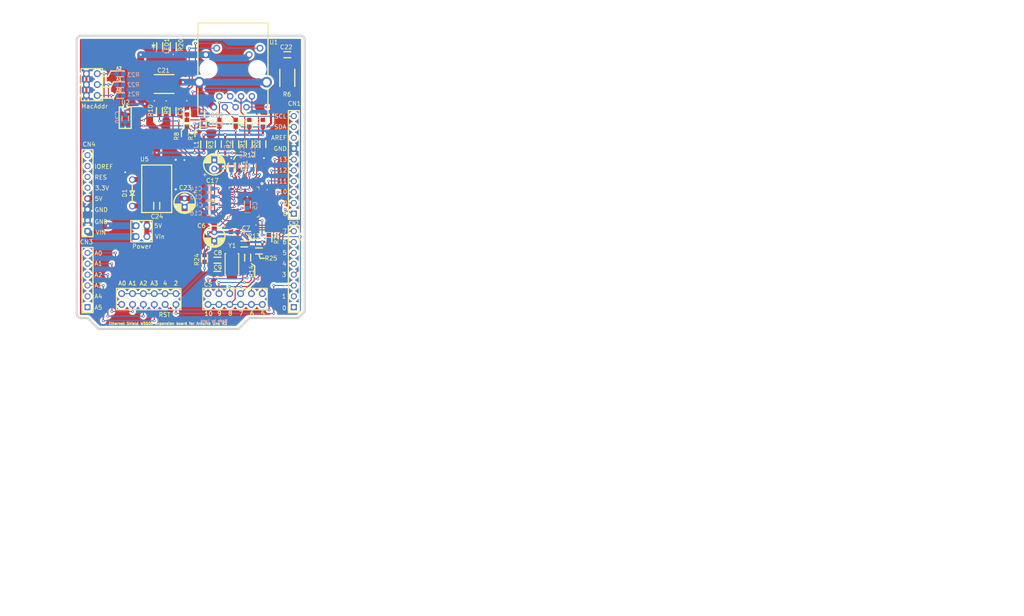
<source format=kicad_pcb>
(kicad_pcb (version 20171130) (host pcbnew "(5.1.10)-1")
  (layers (0 F.Cu signal) (31 B.Cu signal) (34 B.Paste user) (35 F.Paste user) (36 B.SilkS user) (37 F.SilkS user) (38 B.Mask user) (39 F.Mask user) (44 Edge.Cuts user))
  (net 0 "")
  (net 1 "Net-(C1-Pad2)")
  (net 2 "Net-(C1-Pad1)")
  (net 3 "Net-(C2-Pad2)")
  (net 4 "Net-(C2-Pad1)")
  (net 5 "Net-(C3-Pad2)")
  (net 6 GND)
  (net 7 "Net-(C4-Pad2)")
  (net 8 "Net-(C5-Pad2)")
  (net 9 +3V3)
  (net 10 "Net-(C8-Pad2)")
  (net 11 "Net-(C9-Pad2)")
  (net 12 +3.3VA)
  (net 13 GNDREF)
  (net 14 "Net-(C22-Pad2)")
  (net 15 "Net-(C24-Pad2)")
  (net 16 "Net-(CN1-Pad1)")
  (net 17 "Net-(CN1-Pad2)")
  (net 18 "Net-(CN1-Pad3)")
  (net 19 /SDA)
  (net 20 "Net-(CN1-Pad8)")
  (net 21 /MISO)
  (net 22 /SCL)
  (net 23 /MOSI)
  (net 24 /SCLK)
  (net 25 /INTn)
  (net 26 "Net-(CN2-Pad7)")
  (net 27 "Net-(CN2-Pad2)")
  (net 28 "Net-(CN2-Pad5)")
  (net 29 "Net-(CN2-Pad1)")
  (net 30 "Net-(CN2-Pad3)")
  (net 31 "Net-(CN2-Pad8)")
  (net 32 "Net-(CN2-Pad6)")
  (net 33 "Net-(CN4-Pad4)")
  (net 34 "Net-(CN4-Pad8)")
  (net 35 "Net-(CN4-Pad7)")
  (net 36 "Net-(CN4-Pad1)")
  (net 37 "Net-(CN4-Pad6)")
  (net 38 "Net-(CN4-Pad5)")
  (net 39 "Net-(LED1-Pad1)")
  (net 40 "Net-(R0-Pad2)")
  (net 41 "Net-(R0-Pad1)")
  (net 42 "Net-(R1-Pad2)")
  (net 43 "Net-(R1-Pad1)")
  (net 44 "Net-(R2-Pad2)")
  (net 45 "Net-(R3-Pad2)")
  (net 46 "Net-(R9-Pad2)")
  (net 47 /ACTLED)
  (net 48 "Net-(R10-Pad2)")
  (net 49 /LINKLED)
  (net 50 "Net-(R11-Pad2)")
  (net 51 "Net-(R11-Pad1)")
  (net 52 "Net-(R13-Pad2)")
  (net 53 "Net-(R21-Pad2)")
  (net 54 "Net-(R22-Pad2)")
  (net 55 "Net-(R23-Pad2)")
  (net 56 /RSTn)
  (net 57 /SCSn)
  (net 58 "Net-(U1-Pad7)")
  (net 59 "Net-(U3-Pad12)")
  (net 60 "Net-(U3-Pad13)")
  (net 61 "Net-(U3-Pad7)")
  (net 62 "Net-(U3-Pad26)")
  (net 63 "Net-(U3-Pad24)")
  (net 64 "Net-(U3-Pad44)")
  (net 65 "Net-(U3-Pad43)")
  (net 66 "Net-(U3-Pad46)")
  (net 67 "Net-(U3-Pad18)")
  (net 68 "Net-(U3-Pad45)")
  (net 69 "Net-(U3-Pad47)")
  (net 70 "Net-(CN3-Pad3)")
  (net 71 "Net-(CN3-Pad5)")
  (net 72 "Net-(CN3-Pad6)")
  (net 73 "Net-(CN3-Pad4)")
  (net 74 "Net-(CN3-Pad1)")
  (net 75 "Net-(CN3-Pad2)")
  (module ABM3-25MHZ-D2Y-T:ABM3-25MHZ-D2Y-T (layer F.Cu) (at 163.576 129.667 90)
    (fp_text reference Y1 (at 4.3815 0.0635 180) (layer F.SilkS))
    (fp_text value Crystal)
    (pad 1 smd rect (at -2.5 0 90) (size 2 2.4) (layers F.Cu F.Paste F.Mask) (net 11 "Net-(C9-Pad2)"))
    (pad 2 smd rect (at 2.5 0 90) (size 2 2.4) (layers F.Cu F.Mask) (net 10 "Net-(C8-Pad2)"))
  )
  (module "" (layer F.Cu) (at 215.9 74.295)
    (fp_text reference "" (at 132.715 127) (layer F.SilkS) (effects (font (size 1.27 1.27))))
    (fp_text value "" (at 132.715 127) (layer F.SilkS) (effects (font (size 1.27 1.27))))
  )
  (module "" (layer F.Cu) (at 148.59 127.635)
    (fp_text reference "" (at 163.805 84.025) (layer F.SilkS) (effects (font (size 1.27 1.27))))
    (fp_text value "" (at 163.805 84.025) (layer F.SilkS) (effects (font (size 1.27 1.27))))
  )
  (module cn_connector:J1B1211CCD (layer F.Cu) (at 163.805 84.025)
    (fp_text reference U1 (at 9.55 -6.301) (layer F.SilkS))
    (fp_text value J1B1211CCD)
    (pad 10 thru_hole circle (at 3.785 -3.38) (size 1.6 1.6) (drill 1) (layers *.Cu *.Mask) (net 9 +3V3))
    (pad 13 thru_hole circle (at 7.875 3.05) (size 2.5 2.5) (drill 1.6) (layers *.Cu *.Mask) (net 13 GNDREF))
    (pad 4 thru_hole circle (at 0.635 8.89) (size 1.5 1.5) (drill 0.9) (layers *.Cu *.Mask) (net 2 "Net-(C1-Pad1)"))
    (pad 1 thru_hole circle (at 4.445 6.35) (size 1.5 1.5) (drill 0.9) (layers *.Cu *.Mask) (net 41 "Net-(R0-Pad1)"))
    (pad 6 thru_hole circle (at -1.905 8.89) (size 1.5 1.5) (drill 0.9) (layers *.Cu *.Mask) (net 4 "Net-(C2-Pad1)"))
    (pad 3 thru_hole circle (at 1.905 6.35) (size 1.5 1.5) (drill 0.9) (layers *.Cu *.Mask) (net 43 "Net-(R1-Pad1)"))
    (pad 2 thru_hole circle (at 3.175 8.89) (size 1.5 1.5) (drill 0.9) (layers *.Cu *.Mask) (net 14 "Net-(C22-Pad2)"))
    (pad 7 thru_hole circle (at -3.175 6.35) (size 1.5 1.5) (drill 0.9) (layers *.Cu *.Mask) (net 58 "Net-(U1-Pad7)"))
    (pad 8 thru_hole circle (at -4.445 8.89) (size 1.5 1.5) (drill 0.9) (layers *.Cu *.Mask) (net 13 GNDREF))
    (pad 11 thru_hole circle (at -3.785 -4.9) (size 1.6 1.6) (drill 1) (layers *.Cu *.Mask) (net 48 "Net-(R10-Pad2)"))
    (pad 12 thru_hole circle (at -6.325 -3.38) (size 1.6 1.6) (drill 1) (layers *.Cu *.Mask) (net 9 +3V3))
    (pad 5 thru_hole circle (at -0.635 6.35) (size 1.5 1.5) (drill 0.9) (layers *.Cu *.Mask) (net 5 "Net-(C3-Pad2)"))
    (pad 9 thru_hole circle (at 6.325 -4.9) (size 1.6 1.6) (drill 1) (layers *.Cu *.Mask) (net 46 "Net-(R9-Pad2)"))
    (pad "" np_thru_hole circle (at 5.715 0) (size 3.3 3.3) (drill 3.3) (layers *.Cu *.Mask))
    (pad "" np_thru_hole circle (at -5.715 0) (size 3.3 3.3) (drill 3.3) (layers *.Cu *.Mask))
    (pad 14 thru_hole circle (at -7.875 3.05) (size 2.5 2.5) (drill 1.6) (layers *.Cu *.Mask) (net 13 GNDREF))
  )
  (module cn_connector:jumper12 (layer F.Cu) (at 164.338 137.795 90)
    (fp_text reference CS (at 3.429 -6.35 180) (layer F.SilkS))
    (fp_text value jumper8)
    (pad 11 thru_hole circle (at -1.27 6.35 180) (size 1.6 1.6) (drill 1) (layers *.Cu *.Mask) (net 57 /SCSn))
    (pad 12 thru_hole circle (at 1.27 6.35 180) (size 1.6 1.6) (drill 1) (layers *.Cu *.Mask) (net 32 "Net-(CN2-Pad6)"))
    (pad 7 thru_hole circle (at -1.27 1.27 180) (size 1.6 1.6) (drill 1) (layers *.Cu *.Mask) (net 57 /SCSn))
    (pad 8 thru_hole circle (at 1.27 1.27 180) (size 1.6 1.6) (drill 1) (layers *.Cu *.Mask) (net 31 "Net-(CN2-Pad8)"))
    (pad 9 thru_hole circle (at -1.27 3.81 180) (size 1.6 1.6) (drill 1) (layers *.Cu *.Mask) (net 57 /SCSn))
    (pad 10 thru_hole circle (at 1.27 3.81 180) (size 1.6 1.6) (drill 1) (layers *.Cu *.Mask) (net 26 "Net-(CN2-Pad7)"))
    (pad 4 thru_hole circle (at 1.27 -3.81 180) (size 1.6 1.6) (drill 1) (layers *.Cu *.Mask) (net 17 "Net-(CN1-Pad2)"))
    (pad 2 thru_hole circle (at 1.27 -6.35 180) (size 1.6 1.6) (drill 1) (layers *.Cu *.Mask) (net 18 "Net-(CN1-Pad3)"))
    (pad 3 thru_hole circle (at -1.27 -3.81 180) (size 1.6 1.6) (drill 1) (layers *.Cu *.Mask) (net 57 /SCSn))
    (pad 1 thru_hole circle (at -1.27 -6.35 180) (size 1.6 1.6) (drill 1) (layers *.Cu *.Mask) (net 57 /SCSn))
    (pad 5 thru_hole circle (at -1.27 -1.27 180) (size 1.6 1.6) (drill 1) (layers *.Cu *.Mask) (net 57 /SCSn))
    (pad 6 thru_hole circle (at 1.27 -1.27 180) (size 1.6 1.6) (drill 1) (layers *.Cu *.Mask) (net 16 "Net-(CN1-Pad1)"))
  )
  (module cn_connector:cn_8pins (layer F.Cu) (at 178.054 132.08)
    (fp_text reference CN2 (at 0 -12.065) (layer F.SilkS) (effects (font (size 0.8 0.8))))
    (fp_text value 8pins)
    (fp_text user 0 (at -2.2225 7.8105 180) (layer F.SilkS))
    (fp_text user 1 (at -2.286 5.08 180) (layer F.SilkS))
    (fp_text user 3 (at -2.286 0 180) (layer F.SilkS))
    (fp_text user 2 (at -2.2225 2.54 180) (layer F.SilkS))
    (fp_text user 7 (at -2.0955 -10.16 180) (layer F.SilkS))
    (fp_text user 6 (at -2.159 -7.62 180) (layer F.SilkS))
    (fp_text user 4 (at -2.2225 -2.54 180) (layer F.SilkS))
    (fp_text user 5 (at -2.159 -5.08 180) (layer F.SilkS))
    (pad 4 thru_hole circle (at 0 0 90) (size 1.4 1.4) (drill 0.9) (layers *.Cu *.Mask) (net 25 /INTn))
    (pad 7 thru_hole circle (at 0 -7.62 90) (size 1.4 1.4) (drill 0.9) (layers *.Cu *.Mask) (net 26 "Net-(CN2-Pad7)"))
    (pad 2 thru_hole circle (at 0 5.08 90) (size 1.4 1.4) (drill 0.9) (layers *.Cu *.Mask) (net 27 "Net-(CN2-Pad2)"))
    (pad 5 thru_hole circle (at 0 -2.54 90) (size 1.4 1.4) (drill 0.9) (layers *.Cu *.Mask) (net 28 "Net-(CN2-Pad5)"))
    (pad 1 thru_hole rect (at 0 7.62 90) (size 1.4 1.4) (drill 0.9) (layers *.Cu *.Mask) (net 29 "Net-(CN2-Pad1)"))
    (pad 3 thru_hole circle (at 0 2.54 90) (size 1.4 1.4) (drill 0.9) (layers *.Cu *.Mask) (net 30 "Net-(CN2-Pad3)"))
    (pad 8 thru_hole circle (at 0 -10.16 90) (size 1.4 1.4) (drill 0.9) (layers *.Cu *.Mask) (net 31 "Net-(CN2-Pad8)"))
    (pad 6 thru_hole circle (at 0 -5.08 90) (size 1.4 1.4) (drill 0.9) (layers *.Cu *.Mask) (net 32 "Net-(CN2-Pad6)"))
  )
  (module cn_connector:cn (layer F.Cu) (at 178.054 106.426)
    (fp_text reference CN1 (at 0.127 -14.351) (layer F.SilkS))
    (fp_text value 10pins)
    (fp_text user 8 (at -2.032 11.43) (layer F.SilkS))
    (fp_text user SCL (at -3.1115 -11.3665) (layer F.SilkS))
    (fp_text user 9 (at -2.032 8.9535) (layer F.SilkS))
    (fp_text user SDA (at -3.175 -8.89) (layer F.SilkS))
    (fp_text user AREF (at -3.4925 -6.35) (layer F.SilkS))
    (fp_text user GND (at -3.175 -3.81) (layer F.SilkS))
    (fp_text user 10 (at -2.54 6.2865) (layer F.SilkS))
    (fp_text user 11 (at -2.54 3.81) (layer F.SilkS))
    (fp_text user 12 (at -2.54 1.27) (layer F.SilkS))
    (fp_text user 13 (at -2.54 -1.27) (layer F.SilkS))
    (pad 1 thru_hole rect (at 0 11.4 270) (size 1.4 1.4) (drill 0.9) (layers *.Cu *.Mask) (net 16 "Net-(CN1-Pad1)"))
    (pad 2 thru_hole circle (at 0 8.89 270) (size 1.4 1.4) (drill 0.9) (layers *.Cu *.Mask) (net 17 "Net-(CN1-Pad2)"))
    (pad 3 thru_hole circle (at 0 6.35 270) (size 1.4 1.4) (drill 0.9) (layers *.Cu *.Mask) (net 18 "Net-(CN1-Pad3)"))
    (pad 9 thru_hole circle (at 0 -8.89 270) (size 1.4 1.4) (drill 0.9) (layers *.Cu *.Mask) (net 19 /SDA))
    (pad 8 thru_hole circle (at 0 -6.35 270) (size 1.4 1.4) (drill 0.9) (layers *.Cu *.Mask) (net 20 "Net-(CN1-Pad8)"))
    (pad 5 thru_hole circle (at 0 1.27 270) (size 1.4 1.4) (drill 0.9) (layers *.Cu *.Mask) (net 21 /MISO))
    (pad 10 thru_hole circle (at 0 -11.43 270) (size 1.4 1.4) (drill 0.9) (layers *.Cu *.Mask) (net 22 /SCL))
    (pad 4 thru_hole circle (at 0 3.81 270) (size 1.4 1.4) (drill 0.9) (layers *.Cu *.Mask) (net 23 /MOSI))
    (pad 6 thru_hole circle (at 0 -1.27 270) (size 1.4 1.4) (drill 0.9) (layers *.Cu *.Mask) (net 24 /SCLK))
    (pad 7 thru_hole circle (at 0 -3.81 270) (size 1.4 1.4) (drill 0.9) (layers *.Cu *.Mask) (net 6 GND))
  )
  (module cn_connector:jumper6 (layer F.Cu) (at 130.81 87.63 180)
    (fp_text reference MacAddr (at -0.635 -5.08) (layer F.SilkS))
    (fp_text value jumper6)
    (pad 6 thru_hole circle (at 1.27 2.54 270) (size 1.6 1.6) (drill 1) (layers *.Cu *.Mask) (net 6 GND))
    (pad 5 thru_hole circle (at -1.27 2.54 270) (size 1.6 1.6) (drill 1) (layers *.Cu *.Mask) (net 55 "Net-(R23-Pad2)"))
    (pad 1 thru_hole circle (at -1.27 -2.54 270) (size 1.6 1.6) (drill 1) (layers *.Cu *.Mask) (net 53 "Net-(R21-Pad2)"))
    (pad 3 thru_hole circle (at -1.27 0 270) (size 1.6 1.6) (drill 1) (layers *.Cu *.Mask) (net 54 "Net-(R22-Pad2)"))
    (pad 2 thru_hole circle (at 1.27 -2.54 270) (size 1.6 1.6) (drill 1) (layers *.Cu *.Mask) (net 6 GND))
    (pad 4 thru_hole circle (at 1.27 0 270) (size 1.6 1.6) (drill 1) (layers *.Cu *.Mask) (net 6 GND))
  )
  (module cn_connector:cn_6pins (layer F.Cu) (at 129.81 133.35)
    (fp_text reference CN3 (at -0.27 -8.89) (layer F.SilkS))
    (fp_text value 6pins)
    (fp_text user A2 (at 2.524 -1.2065 180) (layer F.SilkS))
    (fp_text user A0 (at 2.524 -6.2865 180) (layer F.SilkS))
    (fp_text user A1 (at 2.524 -3.8735 180) (layer F.SilkS))
    (fp_text user A3 (at 2.524 1.27 180) (layer F.SilkS))
    (fp_text user A5 (at 2.524 6.4135 180) (layer F.SilkS))
    (fp_text user A4 (at 2.524 3.81 180) (layer F.SilkS))
    (pad 1 thru_hole rect (at 0 6.35 90) (size 1.4 1.4) (drill 0.9) (layers *.Cu *.Mask) (net 74 "Net-(CN3-Pad1)"))
    (pad 3 thru_hole circle (at 0 1.27 90) (size 1.4 1.4) (drill 0.9) (layers *.Cu *.Mask) (net 70 "Net-(CN3-Pad3)"))
    (pad 4 thru_hole circle (at 0 -1.27 90) (size 1.4 1.4) (drill 0.9) (layers *.Cu *.Mask) (net 73 "Net-(CN3-Pad4)"))
    (pad 2 thru_hole circle (at 0 3.81 90) (size 1.4 1.4) (drill 0.9) (layers *.Cu *.Mask) (net 75 "Net-(CN3-Pad2)"))
    (pad 6 thru_hole circle (at 0 -6.35 90) (size 1.4 1.4) (drill 0.9) (layers *.Cu *.Mask) (net 72 "Net-(CN3-Pad6)"))
    (pad 5 thru_hole circle (at 0 -3.81 90) (size 1.4 1.4) (drill 0.9) (layers *.Cu *.Mask) (net 71 "Net-(CN3-Pad5)"))
  )
  (module cn_connector:jumper12 (layer F.Cu) (at 144.145 137.795 90)
    (fp_text reference RST (at -3.683 3.683 180) (layer F.SilkS))
    (fp_text value jumper8)
    (pad 11 thru_hole circle (at -1.27 6.35 180) (size 1.6 1.6) (drill 1) (layers *.Cu *.Mask) (net 30 "Net-(CN2-Pad3)"))
    (pad 12 thru_hole circle (at 1.27 6.35 180) (size 1.6 1.6) (drill 1) (layers *.Cu *.Mask) (net 56 /RSTn))
    (pad 7 thru_hole circle (at -1.27 1.27 180) (size 1.6 1.6) (drill 1) (layers *.Cu *.Mask) (net 70 "Net-(CN3-Pad3)"))
    (pad 8 thru_hole circle (at 1.27 1.27 180) (size 1.6 1.6) (drill 1) (layers *.Cu *.Mask) (net 56 /RSTn))
    (pad 9 thru_hole circle (at -1.27 3.81 180) (size 1.6 1.6) (drill 1) (layers *.Cu *.Mask) (net 28 "Net-(CN2-Pad5)"))
    (pad 10 thru_hole circle (at 1.27 3.81 180) (size 1.6 1.6) (drill 1) (layers *.Cu *.Mask) (net 56 /RSTn))
    (pad 4 thru_hole circle (at 1.27 -3.81 180) (size 1.6 1.6) (drill 1) (layers *.Cu *.Mask) (net 56 /RSTn))
    (pad 2 thru_hole circle (at 1.27 -6.35 180) (size 1.6 1.6) (drill 1) (layers *.Cu *.Mask) (net 56 /RSTn))
    (pad 3 thru_hole circle (at -1.27 -3.81 180) (size 1.6 1.6) (drill 1) (layers *.Cu *.Mask) (net 71 "Net-(CN3-Pad5)"))
    (pad 1 thru_hole circle (at -1.27 -6.35 180) (size 1.6 1.6) (drill 1) (layers *.Cu *.Mask) (net 72 "Net-(CN3-Pad6)"))
    (pad 5 thru_hole circle (at -1.27 -1.27 180) (size 1.6 1.6) (drill 1) (layers *.Cu *.Mask) (net 73 "Net-(CN3-Pad4)"))
    (pad 6 thru_hole circle (at 1.27 -1.27 180) (size 1.6 1.6) (drill 1) (layers *.Cu *.Mask) (net 56 /RSTn))
  )
  (module NJM2391DL1-33:njm2391dl1-33 (layer F.Cu) (at 145.9865 111.9505)
    (fp_text reference U5 (at -2.8575 -6.858) (layer F.SilkS))
    (fp_text value NJM2391DL1-33)
    (pad 2 smd rect (at 0 -2.1 90) (size 6.4 5.8) (layers F.Cu F.Paste F.Mask) (net 9 +3V3))
    (pad 3 smd rect (at 2.28 4.2 90) (size 2.2 1.2) (layers F.Cu F.Paste F.Mask) (net 6 GND))
    (pad 1 smd rect (at -2.28 4.2 90) (size 2.2 1.2) (layers F.Cu F.Paste F.Mask) (net 15 "Net-(C24-Pad2)"))
  )
  (module cn_connector:jumper (layer F.Cu) (at 142.4305 121.92)
    (fp_text reference Power (at 0.0635 3.556) (layer F.SilkS))
    (fp_text value Jumper)
    (pad 3 thru_hole circle (at -1.27 1.27 90) (size 1.6 1.6) (drill 1) (layers *.Cu *.Mask) (net 36 "Net-(CN4-Pad1)"))
    (pad 4 thru_hole circle (at 1.27 1.27 90) (size 1.6 1.6) (drill 1) (layers *.Cu *.Mask) (net 15 "Net-(C24-Pad2)"))
    (pad 1 thru_hole circle (at -1.27 -1.27 90) (size 1.6 1.6) (drill 1) (layers *.Cu *.Mask) (net 33 "Net-(CN4-Pad4)"))
    (pad 2 thru_hole circle (at 1.27 -1.27 90) (size 1.6 1.6) (drill 1) (layers *.Cu *.Mask) (net 15 "Net-(C24-Pad2)"))
  )
  (module w5500:w5500 (layer F.Cu) (at 166.414 115.094 270)
    (fp_text reference U3 (at -0.0955 7.664 180) (layer F.SilkS))
    (fp_text value W5500)
    (fp_text user 48 (at -2.8 -5.4 90) (layer F.SilkS) (effects (font (size 0.2 0.2) (thickness 0.05))))
    (fp_text user 36 (at 5.4 -2.8 90) (layer F.SilkS) (effects (font (size 0.2 0.2) (thickness 0.05))))
    (fp_text user 24 (at 2.8 5.4 90) (layer F.SilkS) (effects (font (size 0.2 0.2) (thickness 0.05))))
    (fp_text user 12 (at -5.4 2.8 90) (layer F.SilkS) (effects (font (size 0.2 0.2) (thickness 0.05))))
    (fp_text user 1 (at -5.4 -2.8 90) (layer F.SilkS) (effects (font (size 0.2 0.2) (thickness 0.05))))
    (pad 6 smd rect (at -4.35 -0.25 270) (size 1.3 0.25) (layers F.Cu F.Paste F.Mask) (net 45 "Net-(R3-Pad2)"))
    (pad 4 smd rect (at -4.35 -1.25 270) (size 1.3 0.25) (layers F.Cu F.Paste F.Mask) (net 12 +3.3VA))
    (pad 2 smd rect (at -4.35 -2.25 270) (size 1.3 0.25) (layers F.Cu F.Paste F.Mask) (net 40 "Net-(R0-Pad2)"))
    (pad 10 smd rect (at -4.35 1.75 270) (size 1.3 0.25) (layers F.Cu F.Paste F.Mask) (net 50 "Net-(R11-Pad2)"))
    (pad 11 smd rect (at -4.35 2.25 270) (size 1.3 0.25) (layers F.Cu F.Paste F.Mask) (net 12 +3.3VA))
    (pad 12 smd rect (at -4.35 2.75 270) (size 1.3 0.25) (layers F.Cu F.Paste F.Mask) (net 59 "Net-(U3-Pad12)"))
    (pad 13 smd rect (at -2.75 4.35) (size 1.3 0.25) (layers F.Cu F.Paste F.Mask) (net 60 "Net-(U3-Pad13)"))
    (pad 8 smd rect (at -4.35 0.75 270) (size 1.3 0.25) (layers F.Cu F.Paste F.Mask) (net 12 +3.3VA))
    (pad 7 smd rect (at -4.35 0.25 270) (size 1.3 0.25) (layers F.Cu F.Paste F.Mask) (net 61 "Net-(U3-Pad7)"))
    (pad 14 smd rect (at -2.25 4.35) (size 1.3 0.25) (layers F.Cu F.Paste F.Mask) (net 6 GND))
    (pad 15 smd rect (at -1.75 4.35) (size 1.3 0.25) (layers F.Cu F.Paste F.Mask) (net 12 +3.3VA))
    (pad 9 smd rect (at -4.35 1.25 270) (size 1.3 0.25) (layers F.Cu F.Paste F.Mask) (net 6 GND))
    (pad 1 smd rect (at -4.35 -2.75 270) (size 1.3 0.25) (layers F.Cu F.Paste F.Mask) (net 42 "Net-(R1-Pad2)"))
    (pad 3 smd rect (at -4.35 -1.75 270) (size 1.3 0.25) (layers F.Cu F.Paste F.Mask) (net 6 GND))
    (pad 5 smd rect (at -4.35 -0.75 270) (size 1.3 0.25) (layers F.Cu F.Paste F.Mask) (net 44 "Net-(R2-Pad2)"))
    (pad 26 smd rect (at 4.35 2.25 270) (size 1.3 0.25) (layers F.Cu F.Paste F.Mask) (net 62 "Net-(U3-Pad26)"))
    (pad 27 smd rect (at 4.35 1.75 270) (size 1.3 0.25) (layers F.Cu F.Paste F.Mask) (net 47 /ACTLED))
    (pad 19 smd rect (at 0.25 4.35) (size 1.3 0.25) (layers F.Cu F.Paste F.Mask) (net 6 GND))
    (pad 34 smd rect (at 4.35 -1.75 270) (size 1.3 0.25) (layers F.Cu F.Paste F.Mask) (net 21 /MISO))
    (pad 24 smd rect (at 2.75 4.35) (size 1.3 0.25) (layers F.Cu F.Paste F.Mask) (net 63 "Net-(U3-Pad24)"))
    (pad 30 smd rect (at 4.35 0.25 270) (size 1.3 0.25) (layers F.Cu F.Paste F.Mask) (net 10 "Net-(C8-Pad2)"))
    (pad 20 smd rect (at 0.75 4.35) (size 1.3 0.25) (layers F.Cu F.Paste F.Mask) (net 7 "Net-(C4-Pad2)"))
    (pad 23 smd rect (at 2.25 4.35) (size 1.3 0.25) (layers F.Cu F.Paste F.Mask) (net 6 GND))
    (pad 29 smd rect (at 4.35 0.75 270) (size 1.3 0.25) (layers F.Cu F.Paste F.Mask) (net 6 GND))
    (pad 35 smd rect (at 4.35 -2.25 270) (size 1.3 0.25) (layers F.Cu F.Paste F.Mask) (net 23 /MOSI))
    (pad 44 smd rect (at -0.75 -4.35) (size 1.3 0.25) (layers F.Cu F.Paste F.Mask) (net 64 "Net-(U3-Pad44)"))
    (pad 42 smd rect (at 0.25 -4.35) (size 1.3 0.25) (layers F.Cu F.Paste F.Mask) (net 6 GND))
    (pad 38 smd rect (at 2.25 -4.35) (size 1.3 0.25) (layers F.Cu F.Paste F.Mask) (net 6 GND))
    (pad 17 smd rect (at -0.75 4.35) (size 1.3 0.25) (layers F.Cu F.Paste F.Mask) (net 12 +3.3VA))
    (pad 41 smd rect (at 0.75 -4.35) (size 1.3 0.25) (layers F.Cu F.Paste F.Mask) (net 6 GND))
    (pad 36 smd rect (at 4.35 -2.75 270) (size 1.3 0.25) (layers F.Cu F.Paste F.Mask) (net 25 /INTn))
    (pad 43 smd rect (at -0.25 -4.35) (size 1.3 0.25) (layers F.Cu F.Paste F.Mask) (net 65 "Net-(U3-Pad43)"))
    (pad 22 smd rect (at 1.75 4.35) (size 1.3 0.25) (layers F.Cu F.Paste F.Mask) (net 8 "Net-(C5-Pad2)"))
    (pad 48 smd rect (at -2.75 -4.35) (size 1.3 0.25) (layers F.Cu F.Paste F.Mask) (net 6 GND))
    (pad 46 smd rect (at -1.75 -4.35) (size 1.3 0.25) (layers F.Cu F.Paste F.Mask) (net 66 "Net-(U3-Pad46)"))
    (pad 21 smd rect (at 1.25 4.35) (size 1.3 0.25) (layers F.Cu F.Paste F.Mask) (net 12 +3.3VA))
    (pad 31 smd rect (at 4.35 -0.25 270) (size 1.3 0.25) (layers F.Cu F.Paste F.Mask) (net 52 "Net-(R13-Pad2)"))
    (pad 33 smd rect (at 4.35 -1.25 270) (size 1.3 0.25) (layers F.Cu F.Paste F.Mask) (net 24 /SCLK))
    (pad 18 smd rect (at -0.25 4.35) (size 1.3 0.25) (layers F.Cu F.Paste F.Mask) (net 67 "Net-(U3-Pad18)"))
    (pad 25 smd rect (at 4.35 2.75 270) (size 1.3 0.25) (layers F.Cu F.Paste F.Mask) (net 49 /LINKLED))
    (pad 37 smd rect (at 2.75 -4.35) (size 1.3 0.25) (layers F.Cu F.Paste F.Mask) (net 56 /RSTn))
    (pad 16 smd rect (at -1.25 4.35) (size 1.3 0.25) (layers F.Cu F.Paste F.Mask) (net 6 GND))
    (pad 28 smd rect (at 4.35 1.25 270) (size 1.3 0.25) (layers F.Cu F.Paste F.Mask) (net 9 +3V3))
    (pad 45 smd rect (at -1.25 -4.35) (size 1.3 0.25) (layers F.Cu F.Paste F.Mask) (net 68 "Net-(U3-Pad45)"))
    (pad 47 smd rect (at -2.25 -4.35) (size 1.3 0.25) (layers F.Cu F.Paste F.Mask) (net 69 "Net-(U3-Pad47)"))
    (pad 32 smd rect (at 4.35 -0.75 270) (size 1.3 0.25) (layers F.Cu F.Paste F.Mask) (net 57 /SCSn))
    (pad 39 smd rect (at 1.75 -4.35) (size 1.3 0.25) (layers F.Cu F.Paste F.Mask) (net 6 GND))
    (pad 40 smd rect (at 1.25 -4.35) (size 1.3 0.25) (layers F.Cu F.Paste F.Mask) (net 6 GND))
  )
  (module 24AA025E4BT:24AA025E4BT (layer F.Cu) (at 138.6205 95.377 270)
    (fp_text reference U2 (at -3.556 -0.0635 180) (layer F.SilkS))
    (fp_text value 24AA025E4BT)
    (pad 3 smd rect (at 0.635 2.7 270) (size 0.6 2) (layers F.Cu F.Paste F.Mask) (net 55 "Net-(R23-Pad2)"))
    (pad 8 smd rect (at -1.905 -2.7 270) (size 0.6 2) (layers F.Cu F.Paste F.Mask) (net 9 +3V3))
    (pad 6 smd rect (at 0.635 -2.7 270) (size 0.6 2) (layers F.Cu F.Paste F.Mask) (net 22 /SCL))
    (pad 4 smd rect (at 1.905 2.7 270) (size 0.6 2) (layers F.Cu F.Paste F.Mask) (net 6 GND))
    (pad 7 smd rect (at -0.635 -2.7 270) (size 0.6 2) (layers F.Cu F.Paste F.Mask) (net 6 GND))
    (pad 1 smd rect (at -1.905 2.7 270) (size 0.6 2) (layers F.Cu F.Paste F.Mask) (net 53 "Net-(R21-Pad2)"))
    (pad 2 smd rect (at -0.635 2.7 270) (size 0.6 2) (layers F.Cu F.Paste F.Mask) (net 54 "Net-(R22-Pad2)"))
    (pad 5 smd rect (at 1.905 -2.7 270) (size 0.6 2) (layers F.Cu F.Paste F.Mask) (net 19 /SDA))
  )
  (module C_1608:C1608C0G1H682J (layer B.Cu) (at 157.061 94.6785)
    (fp_text reference R28 (at 2.959 0.127) (layer B.SilkS) (effects (justify mirror)))
    (fp_text value 4.7k)
    (fp_text user " " (at 0 0) (layer B.SilkS) (effects (font (size 1.27 1.27)) (justify mirror)))
    (pad 2 smd rect (at 0.8 0) (size 1 1) (layers B.Cu B.Paste B.Mask) (net 22 /SCL))
    (pad 1 smd rect (at -0.8 0) (size 1 1) (layers B.Cu B.Paste B.Mask) (net 9 +3V3))
  )
  (module C_1608:C1608C0G1H682J (layer B.Cu) (at 157.061 96.8375)
    (fp_text reference R27 (at 3.086 0.127) (layer B.SilkS) (effects (justify mirror)))
    (fp_text value 4.7k)
    (fp_text user " " (at -0.8635 0.0635) (layer B.SilkS) (effects (font (size 1.27 1.27)) (justify mirror)))
    (pad 2 smd rect (at 0.8 0) (size 1 1) (layers B.Cu B.Paste B.Mask) (net 19 /SDA))
    (pad 1 smd rect (at -0.8 0) (size 1 1) (layers B.Cu B.Paste B.Mask) (net 9 +3V3))
  )
  (module C_1608:C1608C0G1H682J (layer F.Cu) (at 172.212 123.609 90)
    (fp_text reference R26 (at 0.1015 1.778 90) (layer F.SilkS))
    (fp_text value 10k)
    (fp_text user " " (at 0 0 90) (layer F.SilkS) (effects (font (size 1.27 1.27))))
    (pad 2 smd rect (at 0.8 0 90) (size 1 1) (layers F.Cu F.Paste F.Mask) (net 25 /INTn))
    (pad 1 smd rect (at -0.8 0 90) (size 1 1) (layers F.Cu F.Paste F.Mask) (net 9 +3V3))
  )
  (module C_1608:C1608C0G1H682J (layer F.Cu) (at 169.9005 126.5555 180)
    (fp_text reference R25 (at -2.8195 -1.7145 180) (layer F.SilkS))
    (fp_text value 10k)
    (fp_text user " " (at 0.3175 -0.4445) (layer F.SilkS) (effects (font (size 1.27 1.27))))
    (pad 2 smd rect (at 0.8 0 180) (size 1 1) (layers F.Cu F.Paste F.Mask) (net 57 /SCSn))
    (pad 1 smd rect (at -0.8 0 180) (size 1 1) (layers F.Cu F.Paste F.Mask) (net 9 +3V3))
  )
  (module C_1608:C1608C0G1H682J (layer F.Cu) (at 157.1625 128.308 270)
    (fp_text reference R24 (at 0.254 1.778 90) (layer F.SilkS))
    (fp_text value 10k)
    (fp_text user " " (at 0 0 90) (layer F.SilkS) (effects (font (size 1.27 1.27))))
    (pad 2 smd rect (at 0.8 0 270) (size 1 1) (layers F.Cu F.Paste F.Mask) (net 56 /RSTn))
    (pad 1 smd rect (at -0.8 0 270) (size 1 1) (layers F.Cu F.Paste F.Mask) (net 9 +3V3))
  )
  (module C_1608:C1608C0G1H682J (layer B.Cu) (at 137.3885 85.09 180)
    (fp_text reference R23 (at -3.137 -0.254 180) (layer B.SilkS) (effects (justify mirror)))
    (fp_text value 10k)
    (fp_text user " " (at 0 0 180) (layer B.SilkS) (effects (font (size 1.27 1.27)) (justify mirror)))
    (pad 2 smd rect (at 0.8 0 180) (size 1 1) (layers B.Cu B.Paste B.Mask) (net 55 "Net-(R23-Pad2)"))
    (pad 1 smd rect (at -0.8 0 180) (size 1 1) (layers B.Cu B.Paste B.Mask) (net 9 +3V3))
  )
  (module C_1608:C1608C0G1H682J (layer B.Cu) (at 137.3885 87.63 180)
    (fp_text reference R22 (at -3.1115 -0.0635 180) (layer B.SilkS) (effects (justify mirror)))
    (fp_text value 10k)
    (fp_text user " " (at 0 0 180) (layer B.SilkS) (effects (font (size 1.27 1.27)) (justify mirror)))
    (pad 2 smd rect (at 0.8 0 180) (size 1 1) (layers B.Cu B.Paste B.Mask) (net 54 "Net-(R22-Pad2)"))
    (pad 1 smd rect (at -0.8 0 180) (size 1 1) (layers B.Cu B.Paste B.Mask) (net 9 +3V3))
  )
  (module C_1608:C1608C0G1H682J (layer B.Cu) (at 137.3885 90.17 180)
    (fp_text reference R21 (at -3.137 0.3175 180) (layer B.SilkS) (effects (justify mirror)))
    (fp_text value 10k)
    (fp_text user " " (at 0 0 180) (layer B.SilkS) (effects (font (size 1.27 1.27)) (justify mirror)))
    (pad 2 smd rect (at 0.8 0 180) (size 1 1) (layers B.Cu B.Paste B.Mask) (net 53 "Net-(R21-Pad2)"))
    (pad 1 smd rect (at -0.8 0 180) (size 1 1) (layers B.Cu B.Paste B.Mask) (net 9 +3V3))
  )
  (module C_1608:C1608C0G1H682J (layer F.Cu) (at 149.86 78.651 90)
    (fp_text reference R20 (at 0.254 1.778 90) (layer F.SilkS))
    (fp_text value 330)
    (fp_text user " " (at -0.635 0.635 90) (layer F.SilkS) (effects (font (size 1.27 1.27))))
    (pad 2 smd rect (at 0.8 0 90) (size 1 1) (layers F.Cu F.Paste F.Mask) (net 39 "Net-(LED1-Pad1)"))
    (pad 1 smd rect (at -0.8 0 90) (size 1 1) (layers F.Cu F.Paste F.Mask) (net 9 +3V3))
  )
  (module C_1608:C1608C0G1H682J (layer F.Cu) (at 167.259 128.105 270)
    (fp_text reference R14 (at 3.213 -0.889 90) (layer F.SilkS))
    (fp_text value 0)
    (fp_text user " " (at 0 0 90) (layer F.SilkS) (effects (font (size 1.27 1.27))))
    (pad 2 smd rect (at 0.8 0 270) (size 1 1) (layers F.Cu F.Paste F.Mask) (net 11 "Net-(C9-Pad2)"))
    (pad 1 smd rect (at -0.8 0 270) (size 1 1) (layers F.Cu F.Paste F.Mask) (net 52 "Net-(R13-Pad2)"))
  )
  (module C_1608:C1608C0G1H682J (layer F.Cu) (at 166.4715 124.9045)
    (fp_text reference R13 (at 2.3115 -1.8415) (layer F.SilkS))
    (fp_text value 1M)
    (fp_text user " " (at 0 0) (layer F.SilkS) (effects (font (size 1.27 1.27))))
    (pad 2 smd rect (at 0.8 0) (size 1 1) (layers F.Cu F.Paste F.Mask) (net 52 "Net-(R13-Pad2)"))
    (pad 1 smd rect (at -0.8 0) (size 1 1) (layers F.Cu F.Paste F.Mask) (net 10 "Net-(C8-Pad2)"))
  )
  (module C_1608:C1608C0G1H682J (layer F.Cu) (at 163.449 106.7815 270)
    (fp_text reference R12 (at -2.6415 -4.191 180) (layer F.SilkS))
    (fp_text value 400)
    (fp_text user " " (at -0.851 -0.3175 90) (layer F.SilkS) (effects (font (size 1.27 1.27))))
    (pad 2 smd rect (at 0.8 0 270) (size 1 1) (layers F.Cu F.Paste F.Mask) (net 51 "Net-(R11-Pad1)"))
    (pad 1 smd rect (at -0.8 0 270) (size 1 1) (layers F.Cu F.Paste F.Mask) (net 6 GND))
  )
  (module C_1608:C1608C0G1H682J (layer F.Cu) (at 165.1 106.769 270)
    (fp_text reference R11 (at -0.0255 -1.5875 270) (layer F.SilkS))
    (fp_text value 12k)
    (fp_text user " " (at 0 0 90) (layer F.SilkS) (effects (font (size 1.27 1.27))))
    (pad 2 smd rect (at 0.8 0 270) (size 1 1) (layers F.Cu F.Paste F.Mask) (net 50 "Net-(R11-Pad2)"))
    (pad 1 smd rect (at -0.8 0 270) (size 1 1) (layers F.Cu F.Paste F.Mask) (net 51 "Net-(R11-Pad1)"))
  )
  (module C_1608:C1608C0G1H682J (layer F.Cu) (at 146.6215 93.8275 90)
    (fp_text reference R10 (at 0.1015 -2.0955 90) (layer F.SilkS))
    (fp_text value 330)
    (fp_text user " " (at 0 0 90) (layer F.SilkS) (effects (font (size 1.27 1.27))))
    (pad 2 smd rect (at 0.8 0 90) (size 1 1) (layers F.Cu F.Paste F.Mask) (net 48 "Net-(R10-Pad2)"))
    (pad 1 smd rect (at -0.8 0 90) (size 1 1) (layers F.Cu F.Paste F.Mask) (net 49 /LINKLED))
  )
  (module C_1608:C1608C0G1H682J (layer F.Cu) (at 149.7965 93.8275 90)
    (fp_text reference R9 (at 0.165 -1.524 90) (layer F.SilkS))
    (fp_text value 330)
    (fp_text user " " (at 0 0 90) (layer F.SilkS) (effects (font (size 1.27 1.27))))
    (pad 2 smd rect (at 0.8 0 90) (size 1 1) (layers F.Cu F.Paste F.Mask) (net 46 "Net-(R9-Pad2)"))
    (pad 1 smd rect (at -0.8 0 90) (size 1 1) (layers F.Cu F.Paste F.Mask) (net 47 /ACTLED))
  )
  (module C_1608:C1608C0G1H682J (layer F.Cu) (at 153.035 96.685 90)
    (fp_text reference R8 (at -3.01 -2.413 270) (layer F.SilkS))
    (fp_text value 49.9)
    (fp_text user " " (at 0 0 90) (layer F.SilkS) (effects (font (size 1.27 1.27))))
    (pad 2 smd rect (at 0.8 0 90) (size 1 1) (layers F.Cu F.Paste F.Mask) (net 5 "Net-(C3-Pad2)"))
    (pad 1 smd rect (at -0.8 0 90) (size 1 1) (layers F.Cu F.Paste F.Mask) (net 3 "Net-(C2-Pad2)"))
  )
  (module C_1608:C1608C0G1H682J (layer F.Cu) (at 156.845 96.685 90)
    (fp_text reference R7 (at -3.01 -2.921 90) (layer F.SilkS))
    (fp_text value 49.9)
    (fp_text user " " (at 0 0 90) (layer F.SilkS) (effects (font (size 1.27 1.27))))
    (pad 2 smd rect (at 0.8 0 90) (size 1 1) (layers F.Cu F.Paste F.Mask) (net 5 "Net-(C3-Pad2)"))
    (pad 1 smd rect (at -0.8 0 90) (size 1 1) (layers F.Cu F.Paste F.Mask) (net 1 "Net-(C1-Pad2)"))
  )
  (module R_ic:RMCF1210JT10R0 (layer F.Cu) (at 176.53 86.055 90)
    (fp_text reference R6 (at -3.861 -0.0635 180) (layer F.SilkS))
    (fp_text value 10)
    (pad 2 smd rect (at 1.6 0 90) (size 2 3) (layers F.Cu F.Paste F.Mask) (net 14 "Net-(C22-Pad2)"))
    (pad 1 smd rect (at -1.6 0 90) (size 2 3) (layers F.Cu F.Paste F.Mask) (net 12 +3.3VA))
  )
  (module C_1608:C1608C0G1H682J (layer F.Cu) (at 167.64 96.685 90)
    (fp_text reference R5 (at 0.165 -1.524 90) (layer F.SilkS))
    (fp_text value 49.9)
    (fp_text user " " (at 0 0 90) (layer F.SilkS) (effects (font (size 1.27 1.27))))
    (pad 2 smd rect (at 0.8 0 90) (size 1 1) (layers F.Cu F.Paste F.Mask) (net 43 "Net-(R1-Pad1)"))
    (pad 1 smd rect (at -0.8 0 90) (size 1 1) (layers F.Cu F.Paste F.Mask) (net 12 +3.3VA))
  )
  (module C_1608:C1608C0G1H682J (layer F.Cu) (at 170.815 96.685 90)
    (fp_text reference R4 (at 0.254 -1.397 90) (layer F.SilkS))
    (fp_text value 49.9)
    (fp_text user " " (at 0 0 90) (layer F.SilkS) (effects (font (size 1.27 1.27))))
    (pad 2 smd rect (at 0.8 0 90) (size 1 1) (layers F.Cu F.Paste F.Mask) (net 41 "Net-(R0-Pad1)"))
    (pad 1 smd rect (at -0.8 0 90) (size 1 1) (layers F.Cu F.Paste F.Mask) (net 12 +3.3VA))
  )
  (module C_1608:C1608C0G1H682J (layer F.Cu) (at 160.401 101.5745 270)
    (fp_text reference R3 (at 0.1525 1.7145 90) (layer F.SilkS))
    (fp_text value 0)
    (fp_text user " " (at 0 0 90) (layer F.SilkS) (effects (font (size 1.27 1.27))))
    (pad 2 smd rect (at 0.8 0 270) (size 1 1) (layers F.Cu F.Paste F.Mask) (net 45 "Net-(R3-Pad2)"))
    (pad 1 smd rect (at -0.8 0 270) (size 1 1) (layers F.Cu F.Paste F.Mask) (net 1 "Net-(C1-Pad2)"))
  )
  (module C_1608:C1608C0G1H682J (layer F.Cu) (at 164.465 101.5745 270)
    (fp_text reference R2 (at 0.0255 1.5875 90) (layer F.SilkS))
    (fp_text value 0)
    (fp_text user " " (at 0 0 90) (layer F.SilkS) (effects (font (size 1.27 1.27))))
    (pad 2 smd rect (at 0.8 0 270) (size 1 1) (layers F.Cu F.Paste F.Mask) (net 44 "Net-(R2-Pad2)"))
    (pad 1 smd rect (at -0.8 0 270) (size 1 1) (layers F.Cu F.Paste F.Mask) (net 3 "Net-(C2-Pad2)"))
  )
  (module C_1608:C1608C0G1H682J (layer F.Cu) (at 167.64 101.5745 270)
    (fp_text reference R1 (at -0.1015 1.5875 90) (layer F.SilkS))
    (fp_text value 0)
    (fp_text user " " (at 0 0 90) (layer F.SilkS) (effects (font (size 1.27 1.27))))
    (pad 2 smd rect (at 0.8 0 270) (size 1 1) (layers F.Cu F.Paste F.Mask) (net 42 "Net-(R1-Pad2)"))
    (pad 1 smd rect (at -0.8 0 270) (size 1 1) (layers F.Cu F.Paste F.Mask) (net 43 "Net-(R1-Pad1)"))
  )
  (module C_1608:C1608C0G1H682J (layer F.Cu) (at 170.815 101.5745 270)
    (fp_text reference R0 (at -0.038 1.524 90) (layer F.SilkS))
    (fp_text value 0)
    (fp_text user " " (at 0 0 90) (layer F.SilkS) (effects (font (size 1.27 1.27))))
    (pad 2 smd rect (at 0.8 0 270) (size 1 1) (layers F.Cu F.Paste F.Mask) (net 40 "Net-(R0-Pad2)"))
    (pad 1 smd rect (at -0.8 0 270) (size 1 1) (layers F.Cu F.Paste F.Mask) (net 41 "Net-(R0-Pad1)"))
  )
  (module C_1608:C1608C0G1H682J (layer F.Cu) (at 146.685 78.651 270)
    (fp_text reference LED1 (at -0.038 -1.651 90) (layer F.SilkS))
    (fp_text value GREEN)
    (fp_text user " " (at 0 0 90) (layer F.SilkS) (effects (font (size 1.27 1.27))))
    (pad 2 smd rect (at 0.8 0 270) (size 1 1) (layers F.Cu F.Paste F.Mask) (net 6 GND))
    (pad 1 smd rect (at -0.8 0 270) (size 1 1) (layers F.Cu F.Paste F.Mask) (net 39 "Net-(LED1-Pad1)"))
  )
  (module C_1608:C1608C0G1H682J (layer F.Cu) (at 156.972 101.6255 90)
    (fp_text reference L1 (at -0.038 -1.7145 90) (layer F.SilkS))
    (fp_text value BLM18PG121SN1D)
    (fp_text user " " (at 0 0 90) (layer F.SilkS) (effects (font (size 1.27 1.27))))
    (pad 2 smd rect (at 0.8 0 90) (size 1 1) (layers F.Cu F.Paste F.Mask) (net 12 +3.3VA))
    (pad 1 smd rect (at -0.8 0 90) (size 1 1) (layers F.Cu F.Paste F.Mask) (net 9 +3V3))
  )
  (module Diode_custom:1DS4 (layer F.Cu) (at 140.2715 112.955 270)
    (fp_text reference D1 (at 0.0635 1.778 90) (layer F.SilkS))
    (fp_text value 1S4)
    (pad 2 thru_hole circle (at 3.1 0 270) (size 1.5 1.5) (drill 1) (layers *.Cu *.Mask) (net 15 "Net-(C24-Pad2)"))
    (pad 1 thru_hole circle (at -3.1 0 270) (size 1.5 1.5) (drill 1) (layers *.Cu *.Mask) (net 9 +3V3))
  )
  (module cn_connector:cn_8pins_L (layer F.Cu) (at 129.81 113.03)
    (fp_text reference CN4 (at 0.365 -11.43) (layer F.SilkS))
    (fp_text value 8pins)
    (fp_text user 3.3V (at 3.4 -1.2 180) (layer F.SilkS))
    (fp_text user RES (at 3.1 -3.7 180) (layer F.SilkS))
    (fp_text user VIN (at 3.1 9.2 180) (layer F.SilkS))
    (fp_text user IOREF (at 3.8 -6.2 180) (layer F.SilkS))
    (fp_text user GND (at 3.2 3.9 180) (layer F.SilkS))
    (fp_text user 5V (at 2.6 1.3 180) (layer F.SilkS))
    (fp_text user GND (at 3.2 6.7 180) (layer F.SilkS))
    (pad 4 thru_hole circle (at 0 1.27 90) (size 1.4 1.4) (drill 0.9) (layers *.Cu *.Mask) (net 33 "Net-(CN4-Pad4)"))
    (pad 8 thru_hole circle (at 0 -8.89 90) (size 1.4 1.4) (drill 0.9) (layers *.Cu *.Mask) (net 34 "Net-(CN4-Pad8)"))
    (pad 7 thru_hole circle (at 0 -6.35 90) (size 1.4 1.4) (drill 0.9) (layers *.Cu *.Mask) (net 35 "Net-(CN4-Pad7)"))
    (pad 1 thru_hole rect (at 0 8.89 90) (size 1.4 1.4) (drill 0.9) (layers *.Cu *.Mask) (net 36 "Net-(CN4-Pad1)"))
    (pad 6 thru_hole circle (at 0 -3.81 90) (size 1.4 1.4) (drill 0.9) (layers *.Cu *.Mask) (net 37 "Net-(CN4-Pad6)"))
    (pad 2 thru_hole circle (at 0 6.35 90) (size 1.4 1.4) (drill 0.9) (layers *.Cu *.Mask) (net 6 GND))
    (pad 3 thru_hole circle (at 0 3.81 90) (size 1.4 1.4) (drill 0.9) (layers *.Cu *.Mask) (net 6 GND))
    (pad 5 thru_hole circle (at 0 -1.27 90) (size 1.4 1.4) (drill 0.9) (layers *.Cu *.Mask) (net 38 "Net-(CN4-Pad5)"))
  )
  (module C_1608:C1608C0G1H682J (layer F.Cu) (at 145.9865 115.9765 90)
    (fp_text reference C24 (at -2.5145 0.0635 180) (layer F.SilkS))
    (fp_text value 1uf)
    (fp_text user " " (at 0 0 90) (layer F.SilkS) (effects (font (size 1.27 1.27))))
    (pad 2 smd rect (at 0.8 0 90) (size 1 1) (layers F.Cu F.Paste F.Mask) (net 15 "Net-(C24-Pad2)"))
    (pad 1 smd rect (at -0.8 0 90) (size 1 1) (layers F.Cu F.Paste F.Mask) (net 6 GND))
  )
  (module C:10uF-16v (layer F.Cu) (at 152.527 115.2525 270)
    (fp_text reference C23 (at -3.4925 -0.127) (layer F.SilkS))
    (fp_text value 10uF/16V)
    (fp_text user + (at -2.413 -2.286 90) (layer F.SilkS))
    (pad 2 thru_hole circle (at 1 0 270) (size 1.4 1.4) (drill 0.8) (layers *.Cu *.Mask) (net 6 GND))
    (pad 1 thru_hole circle (at -1 0 270) (size 1.4 1.4) (drill 0.8) (layers *.Cu *.Mask) (net 9 +3V3))
  )
  (module C_1608:C1608C0G1H682J (layer F.Cu) (at 176.53 80.645 180)
    (fp_text reference C22 (at 0.254 1.778) (layer F.SilkS))
    (fp_text value 22nF)
    (fp_text user " " (at 0.165 -1.27) (layer F.SilkS) (effects (font (size 1.27 1.27))))
    (pad 2 smd rect (at 0.8 0 180) (size 1 1) (layers F.Cu F.Paste F.Mask) (net 14 "Net-(C22-Pad2)"))
    (pad 1 smd rect (at -0.8 0 180) (size 1 1) (layers F.Cu F.Paste F.Mask) (net 6 GND))
  )
  (module C_1608:HV1812Y102KXHATHV (layer F.Cu) (at 147.715 87.503)
    (fp_text reference C21 (at -0.141 -3.175) (layer F.SilkS))
    (fp_text value 1nF/2kV)
    (pad 2 smd rect (at 2.3 0) (size 2 3.8) (layers F.Cu F.Paste F.Mask) (net 13 GNDREF))
    (pad 1 smd rect (at -2.3 0) (size 2 3.8) (layers F.Cu F.Paste F.Mask) (net 6 GND))
  )
  (module C_1608:C0603C104Z3VACTU (layer B.Cu) (at 138.6205 95.542 90)
    (fp_text reference C20 (at 0.254 -1.778 270) (layer B.SilkS) (effects (justify mirror)))
    (fp_text value 0.1uF)
    (pad 2 smd rect (at 0.8 0 90) (size 1 1) (layers B.Cu B.Paste B.Mask) (net 9 +3V3))
    (pad 1 smd rect (at -0.8 0 90) (size 1 1) (layers B.Cu B.Paste B.Mask) (net 6 GND))
  )
  (module C:10uF-16v (layer F.Cu) (at 159.4485 106.299 90)
    (fp_text reference C17 (at -3.81 -0.4445 180) (layer F.SilkS))
    (fp_text value 10uF/16V)
    (fp_text user + (at -2.413 -2.286 90) (layer F.SilkS))
    (pad 2 thru_hole circle (at 1 0 90) (size 1.4 1.4) (drill 0.8) (layers *.Cu *.Mask) (net 6 GND))
    (pad 1 thru_hole circle (at -1 0 90) (size 1.4 1.4) (drill 0.8) (layers *.Cu *.Mask) (net 12 +3.3VA))
  )
  (module C_1608:C0603C104Z3VACTU (layer B.Cu) (at 158.331 117.475)
    (fp_text reference C16 (at -3.137 0.254) (layer B.SilkS) (effects (justify mirror)))
    (fp_text value 0.1uF)
    (pad 2 smd rect (at 0.8 0) (size 1 1) (layers B.Cu B.Paste B.Mask) (net 12 +3.3VA))
    (pad 1 smd rect (at -0.8 0) (size 1 1) (layers B.Cu B.Paste B.Mask) (net 6 GND))
  )
  (module C_1608:C0603C104Z3VACTU (layer B.Cu) (at 158.331 113.792)
    (fp_text reference C15 (at -3.137 0.127) (layer B.SilkS) (effects (justify mirror)))
    (fp_text value 0.1uF)
    (pad 2 smd rect (at 0.8 0) (size 1 1) (layers B.Cu B.Paste B.Mask) (net 12 +3.3VA))
    (pad 1 smd rect (at -0.8 0) (size 1 1) (layers B.Cu B.Paste B.Mask) (net 6 GND))
  )
  (module C_1608:C0603C104Z3VACTU (layer B.Cu) (at 158.3435 111.9505)
    (fp_text reference C14 (at -3.1495 0.0635) (layer B.SilkS) (effects (justify mirror)))
    (fp_text value 0.1uF)
    (pad 2 smd rect (at 0.8 0) (size 1 1) (layers B.Cu B.Paste B.Mask) (net 12 +3.3VA))
    (pad 1 smd rect (at -0.8 0) (size 1 1) (layers B.Cu B.Paste B.Mask) (net 6 GND))
  )
  (module C_1608:C0603C104Z3VACTU (layer B.Cu) (at 163.449 106.642 270)
    (fp_text reference C13 (at -3.518 1.143 270) (layer B.SilkS) (effects (justify mirror)))
    (fp_text value 0.1uF)
    (pad 2 smd rect (at 0.8 0 270) (size 1 1) (layers B.Cu B.Paste B.Mask) (net 12 +3.3VA))
    (pad 1 smd rect (at -0.8 0 270) (size 1 1) (layers B.Cu B.Paste B.Mask) (net 6 GND))
  )
  (module C_1608:C0603C104Z3VACTU (layer B.Cu) (at 166.0525 106.6545 270)
    (fp_text reference C12 (at -3.2765 0.0635 270) (layer B.SilkS) (effects (justify mirror)))
    (fp_text value 0.1uF)
    (pad 2 smd rect (at 0.8 0 270) (size 1 1) (layers B.Cu B.Paste B.Mask) (net 12 +3.3VA))
    (pad 1 smd rect (at -0.8 0 270) (size 1 1) (layers B.Cu B.Paste B.Mask) (net 6 GND))
  )
  (module C_1608:C0603C104Z3VACTU (layer B.Cu) (at 168.402 106.642 270)
    (fp_text reference C11 (at -3.264 -0.127 270) (layer B.SilkS) (effects (justify mirror)))
    (fp_text value 0.1uF)
    (pad 2 smd rect (at 0.8 0 270) (size 1 1) (layers B.Cu B.Paste B.Mask) (net 12 +3.3VA))
    (pad 1 smd rect (at -0.8 0 270) (size 1 1) (layers B.Cu B.Paste B.Mask) (net 6 GND))
  )
  (module C_1608:C1608C0G1H682J (layer F.Cu) (at 160.1725 132.0165)
    (fp_text reference C9 (at 0.089 -1.5875) (layer F.SilkS))
    (fp_text value 18pF)
    (fp_text user " " (at 0 0) (layer F.SilkS) (effects (font (size 1.27 1.27))))
    (pad 2 smd rect (at 0.8 0) (size 1 1) (layers F.Cu F.Paste F.Mask) (net 11 "Net-(C9-Pad2)"))
    (pad 1 smd rect (at -0.8 0) (size 1 1) (layers F.Cu F.Paste F.Mask) (net 6 GND))
  )
  (module C_1608:C1608C0G1H682J (layer F.Cu) (at 160.1725 128.7145)
    (fp_text reference C8 (at 0.1015 -1.7145) (layer F.SilkS))
    (fp_text value 18pF)
    (fp_text user " " (at 0.2285 0) (layer F.SilkS) (effects (font (size 1.27 1.27))))
    (pad 2 smd rect (at 0.8 0) (size 1 1) (layers F.Cu F.Paste F.Mask) (net 10 "Net-(C8-Pad2)"))
    (pad 1 smd rect (at -0.8 0) (size 1 1) (layers F.Cu F.Paste F.Mask) (net 6 GND))
  )
  (module C_1608:C0603C104Z3VACTU (layer F.Cu) (at 164.1095 122.1105 180)
    (fp_text reference C7 (at -2.7685 0.889) (layer F.SilkS))
    (fp_text value 0.1uF)
    (pad 2 smd rect (at 0.8 0 180) (size 1 1) (layers F.Cu F.Paste F.Mask) (net 9 +3V3))
    (pad 1 smd rect (at -0.8 0 180) (size 1 1) (layers F.Cu F.Paste F.Mask) (net 6 GND))
  )
  (module C:10uF-16v (layer F.Cu) (at 159.4485 123.174 270)
    (fp_text reference C6 (at -2.524 2.9845 180) (layer F.SilkS))
    (fp_text value 10uF/16V)
    (fp_text user + (at -2.413 -2.286 90) (layer F.SilkS))
    (pad 2 thru_hole circle (at 1 0 270) (size 1.4 1.4) (drill 0.8) (layers *.Cu *.Mask) (net 6 GND))
    (pad 1 thru_hole circle (at -1 0 270) (size 1.4 1.4) (drill 0.8) (layers *.Cu *.Mask) (net 9 +3V3))
  )
  (module C_1608:C1608C0G1H682J (layer B.Cu) (at 167.1955 115.7225 270)
    (fp_text reference C5 (at 0.254 -1.778 90) (layer B.SilkS) (effects (justify mirror)))
    (fp_text value 10nF)
    (fp_text user " " (at 0 0 90) (layer B.SilkS) (effects (font (size 1.27 1.27)) (justify mirror)))
    (pad 2 smd rect (at 0.8 0 270) (size 1 1) (layers B.Cu B.Paste B.Mask) (net 8 "Net-(C5-Pad2)"))
    (pad 1 smd rect (at -0.8 0 270) (size 1 1) (layers B.Cu B.Paste B.Mask) (net 6 GND))
  )
  (module C_1608:C1608C0G1H682J (layer B.Cu) (at 158.331 115.57)
    (fp_text reference C4 (at -2.5145 0.254) (layer B.SilkS) (effects (justify mirror)))
    (fp_text value 4.7uF)
    (fp_text user " " (at 0 0) (layer B.SilkS) (effects (font (size 1.27 1.27)) (justify mirror)))
    (pad 2 smd rect (at 0.8 0) (size 1 1) (layers B.Cu B.Paste B.Mask) (net 7 "Net-(C4-Pad2)"))
    (pad 1 smd rect (at -0.8 0) (size 1 1) (layers B.Cu B.Paste B.Mask) (net 6 GND))
  )
  (module C_1608:C1608C0G1H682J (layer F.Cu) (at 153.035 93.815 270)
    (fp_text reference C3 (at 0.1015 1.524 90) (layer F.SilkS))
    (fp_text value 10nF)
    (fp_text user " " (at 0 0 90) (layer F.SilkS) (effects (font (size 1.27 1.27))))
    (pad 2 smd rect (at 0.8 0 270) (size 1 1) (layers F.Cu F.Paste F.Mask) (net 5 "Net-(C3-Pad2)"))
    (pad 1 smd rect (at -0.8 0 270) (size 1 1) (layers F.Cu F.Paste F.Mask) (net 6 GND))
  )
  (module C_1608:C1608C0G1H682J (layer F.Cu) (at 164.465 96.685 270)
    (fp_text reference C2 (at -0.165 1.905 90) (layer F.SilkS))
    (fp_text value 6.8nF)
    (fp_text user " " (at 0 0 90) (layer F.SilkS) (effects (font (size 1.27 1.27))))
    (pad 2 smd rect (at 0.8 0 270) (size 1 1) (layers F.Cu F.Paste F.Mask) (net 3 "Net-(C2-Pad2)"))
    (pad 1 smd rect (at -0.8 0 270) (size 1 1) (layers F.Cu F.Paste F.Mask) (net 4 "Net-(C2-Pad1)"))
  )
  (module C_1608:C1608C0G1H682J (layer F.Cu) (at 160.655 96.685 270)
    (fp_text reference C1 (at -0.165 1.905 90) (layer F.SilkS))
    (fp_text value 6.8nF)
    (fp_text user " " (at 0 0 90) (layer F.SilkS) (effects (font (size 1.27 1.27))))
    (pad 2 smd rect (at 0.8 0 270) (size 1 1) (layers F.Cu F.Paste F.Mask) (net 1 "Net-(C1-Pad2)"))
    (pad 1 smd rect (at -0.8 0 270) (size 1 1) (layers F.Cu F.Paste F.Mask) (net 2 "Net-(C1-Pad1)"))
  )
  (gr_line (start 165.989 121.9835) (end 167.9575 121.9835) (layer F.SilkS) (width 0.3))
  (gr_line (start 165.735 122.3645) (end 165.989 121.9835) (layer F.SilkS) (width 0.3))
  (gr_line (start 167.894 123.825) (end 169.8625 123.825) (layer F.SilkS) (width 0.3))
  (gr_line (start 167.64 124.206) (end 167.894 123.825) (layer F.SilkS) (width 0.3))
  (gr_line (start 168.91 130.048) (end 168.91 132.588) (layer F.SilkS) (width 0.3))
  (gr_line (start 168.148 129.54) (end 168.91 130.048) (layer F.SilkS) (width 0.3))
  (gr_line (start 170.18 128.27) (end 171.196 128.27) (layer F.SilkS) (width 0.3))
  (gr_line (start 169.926 127.508) (end 170.18 128.27) (layer F.SilkS) (width 0.3))
  (gr_line (start 164.592 104.14) (end 165.862 104.14) (layer F.SilkS) (width 0.3))
  (gr_line (start 163.957 105.156) (end 164.592 104.14) (layer F.SilkS) (width 0.3))
  (gr_line (start 151.765 98.425) (end 151.765 99.822) (layer F.SilkS) (width 0.3))
  (gr_line (start 152.4 97.79) (end 151.765 98.425) (layer F.SilkS) (width 0.3))
  (gr_line (start 154.94 98.425) (end 154.94 99.822) (layer F.SilkS) (width 0.3))
  (gr_line (start 156.21 97.79) (end 154.94 98.425) (layer F.SilkS) (width 0.3))
  (gr_line (start 135.255 88.265) (end 135.89 86.995) (layer F.SilkS) (width 0.3))
  (gr_line (start 135.89 90.805) (end 136.525 89.535) (layer F.SilkS) (width 0.3))
  (gr_line (start 133.35 90.805) (end 135.89 90.805) (layer F.SilkS) (width 0.3))
  (gr_line (start 133.35 88.265) (end 135.255 88.265) (layer F.SilkS) (width 0.3))
  (gr_line (start 135.255 84.455) (end 138.43 84.455) (layer F.SilkS) (width 0.3))
  (gr_line (start 134.62 85.725) (end 135.255 84.455) (layer F.SilkS) (width 0.3))
  (gr_line (start 133.35 85.725) (end 134.62 85.725) (layer F.SilkS) (width 0.3))
  (gr_line (start 136.525 89.535) (end 138.43 89.535) (layer F.SilkS) (width 0.3))
  (gr_line (start 135.89 86.995) (end 138.43 86.995) (layer F.SilkS) (width 0.3))
  (gr_text "Made by Long" (at 159.385 142.875) (layer B.SilkS) (effects (font (size 0.6 0.6)) (justify mirror)))
  (gr_text "Ethernet Shield W5500 expansion board for Arduino Uno R3\n" (at 148.59 143.51) (layer F.SilkS) (effects (font (size 0.6 0.6))))
  (gr_poly (pts (xy 145.2245 78.8035) (xy 144.907 78.4225) (xy 144.9705 78.359) (xy 145.542 78.359)) (layer F.SilkS) (width 0.1))
  (gr_line (start 144.8435 78.867) (end 145.6055 78.867) (layer F.SilkS) (width 0.15))
  (gr_line (start 145.2245 78.867) (end 145.2245 79.502) (layer F.SilkS) (width 0.15))
  (gr_line (start 145.6055 78.359) (end 145.2245 78.359) (layer F.SilkS) (width 0.15))
  (gr_line (start 145.2245 78.867) (end 145.6055 78.359) (layer F.SilkS) (width 0.15))
  (gr_line (start 144.8435 78.359) (end 145.2245 78.867) (layer F.SilkS) (width 0.15))
  (gr_line (start 145.2245 78.359) (end 144.8435 78.359) (layer F.SilkS) (width 0.15))
  (gr_line (start 145.2245 77.7875) (end 145.2245 78.613) (layer F.SilkS) (width 0.15))
  (gr_text "5V\n" (at 147.32 120.65) (layer F.SilkS) (effects (font (size 1 1)) (justify right)))
  (gr_text Vin (at 147.955 123.19) (layer F.SilkS) (effects (font (size 1 1)) (justify right)))
  (gr_text "A2\n" (at 137.16 83.82) (layer F.SilkS) (effects (font (size 0.7 0.7) (thickness 0.175))))
  (gr_text 2 (at 150.495 134.112) (layer F.SilkS) (effects (font (size 1 1) (thickness 0.175))))
  (gr_text "4\n" (at 147.955 134.112) (layer F.SilkS) (effects (font (size 1 1) (thickness 0.175))))
  (gr_text A3 (at 145.415 134.112) (layer F.SilkS) (effects (font (size 1 1) (thickness 0.175))))
  (gr_text A2 (at 142.875 134.112) (layer F.SilkS) (effects (font (size 1 1) (thickness 0.175))))
  (gr_text A1 (at 140.335 134.112) (layer F.SilkS) (effects (font (size 1 1) (thickness 0.175))))
  (gr_text A0 (at 137.922 134.112) (layer F.SilkS) (effects (font (size 1 1) (thickness 0.175))))
  (gr_text 5 (at 170.815 141.1605) (layer F.SilkS) (effects (font (size 1 1) (thickness 0.175))))
  (gr_text 6 (at 168.275 141.1605) (layer F.SilkS) (effects (font (size 1 1) (thickness 0.175))))
  (gr_text 7 (at 165.735 141.1605) (layer F.SilkS) (effects (font (size 1 1) (thickness 0.175))))
  (gr_text 8 (at 163.195 141.1605) (layer F.SilkS) (effects (font (size 1 1) (thickness 0.175))))
  (gr_text 9 (at 160.655 141.1605) (layer F.SilkS) (effects (font (size 1 1) (thickness 0.175))))
  (gr_text "10\n" (at 158.115 141.224) (layer F.SilkS) (effects (font (size 1 1) (thickness 0.175))))
  (gr_text A1 (at 137.16 86.36) (layer F.SilkS) (effects (font (size 0.7 0.7) (thickness 0.175))))
  (gr_text A0 (at 137.16 88.9) (layer F.SilkS) (effects (font (size 0.7 0.7) (thickness 0.175))))
  (gr_line (start 127.27 141.24) (end 127.27 77.2) (layer Edge.Cuts) (width 0.5))
  (gr_line (start 128.27 76.2) (end 179.61 76.2) (layer Edge.Cuts) (width 0.5))
  (gr_line (start 165.116 144.78) (end 132.35 144.78) (layer Edge.Cuts) (width 0.5))
  (gr_arc (start 128.27 141.24) (end 128.27 142.24) (angle 90) (layer Edge.Cuts) (width 0.5))
  (gr_line (start 180.61 140.716) (end 179.086 142.24) (layer Edge.Cuts) (width 0.5))
  (gr_line (start 179.086 142.24) (end 167.656 142.24) (layer Edge.Cuts) (width 0.5))
  (gr_arc (start 128.27 77.2) (end 127.27 77.2) (angle 90) (layer Edge.Cuts) (width 0.5))
  (gr_line (start 180.61 77.2) (end 180.61 140.716) (layer Edge.Cuts) (width 0.5))
  (gr_line (start 129.81 142.24) (end 128.27 142.24) (layer Edge.Cuts) (width 0.5))
  (gr_line (start 132.35 144.78) (end 129.81 142.24) (layer Edge.Cuts) (width 0.5))
  (gr_arc (start 179.61 77.2) (end 179.61 76.2) (angle 90) (layer Edge.Cuts) (width 0.5))
  (gr_line (start 167.656 142.24) (end 165.116 144.78) (layer Edge.Cuts) (width 0.5))
  (segment (start 160.655 97.485) (end 156.8575 97.485) (width 0.25) (layer F.Cu) (net 1))
  (segment (start 160.655 97.485) (end 160.655 98.9965) (width 0.25) (layer F.Cu) (net 1))
  (segment (start 160.655 98.9965) (end 160.4645 99.187) (width 0.25) (layer F.Cu) (net 1))
  (segment (start 160.4645 99.187) (end 160.4645 100.7745) (width 0.25) (layer F.Cu) (net 1))
  (segment (start 164.44 92.915) (end 163.364999 91.839999) (width 0.25) (layer B.Cu) (net 2))
  (via (at 160.655 91.8845) (size 0.6) (drill 0.3) (layers F.Cu B.Cu) (net 2))
  (segment (start 160.655 95.885) (end 160.655 91.8845) (width 0.25) (layer F.Cu) (net 2))
  (segment (start 160.699501 91.839999) (end 160.655 91.8845) (width 0.25) (layer B.Cu) (net 2))
  (segment (start 163.364999 91.839999) (end 160.699501 91.839999) (width 0.25) (layer B.Cu) (net 2))
  (segment (start 164.465 100.7745) (end 164.465 98.8695) (width 0.25) (layer F.Cu) (net 3))
  (segment (start 164.465 98.425) (end 164.465 97.409) (width 0.25) (layer F.Cu) (net 3))
  (via (at 164.465 98.425) (size 0.6) (drill 0.3) (layers F.Cu B.Cu) (net 3))
  (via (at 154.1272 98.425) (size 0.6) (drill 0.3) (layers F.Cu B.Cu) (net 3))
  (segment (start 153.1872 97.485) (end 154.1272 98.425) (width 0.25) (layer F.Cu) (net 3))
  (segment (start 153.035 97.485) (end 153.1872 97.485) (width 0.25) (layer F.Cu) (net 3))
  (segment (start 154.1272 98.425) (end 164.465 98.425) (width 0.25) (layer B.Cu) (net 3))
  (segment (start 164.465 98.8695) (end 164.465 98.425) (width 0.25) (layer F.Cu) (net 3))
  (segment (start 161.9 92.915) (end 161.9 93.3835) (width 0.25) (layer F.Cu) (net 4))
  (segment (start 161.9 93.3835) (end 164.4015 95.885) (width 0.25) (layer F.Cu) (net 4))
  (segment (start 162.094999 89.299999) (end 154.413001 89.299999) (width 0.25) (layer B.Cu) (net 5))
  (segment (start 163.17 90.375) (end 162.094999 89.299999) (width 0.25) (layer B.Cu) (net 5))
  (via (at 154.413001 89.299999) (size 0.6) (drill 0.3) (layers F.Cu B.Cu) (net 5))
  (segment (start 153.035 94.615) (end 153.035 95.885) (width 0.25) (layer F.Cu) (net 5))
  (segment (start 156.845 95.885) (end 156.845 95.795998) (width 0.25) (layer F.Cu) (net 5))
  (segment (start 154.413001 89.299999) (end 154.413001 90.532001) (width 0.25) (layer F.Cu) (net 5))
  (segment (start 154.413001 90.532001) (end 156.845 92.964) (width 0.25) (layer F.Cu) (net 5))
  (segment (start 156.845 92.964) (end 156.845 95.8215) (width 0.25) (layer F.Cu) (net 5))
  (segment (start 153.035 95.885) (end 156.845 95.885) (width 0.25) (layer F.Cu) (net 5))
  (via (at 150.4315 105.2195) (size 1) (drill 0.5) (layers F.Cu B.Cu) (net 6))
  (via (at 150.4315 112.141) (size 1) (drill 0.5) (layers F.Cu B.Cu) (net 6))
  (segment (start 129.81 119.38) (end 129.81 116.856) (width 1.6) (layer B.Cu) (net 6))
  (segment (start 145.415 87.503) (end 145.415 91.44) (width 0.5) (layer F.Cu) (net 6))
  (via (at 145.415 91.44) (size 0.6) (drill 0.3) (layers F.Cu B.Cu) (net 6))
  (segment (start 145.415 91.44) (end 148.209 91.44) (width 0.5) (layer B.Cu) (net 6))
  (via (at 153.035 91.44) (size 0.6) (drill 0.3) (layers F.Cu B.Cu) (net 6))
  (segment (start 153.035 93.015) (end 153.035 91.44) (width 0.5) (layer F.Cu) (net 6))
  (segment (start 178.054 102.616) (end 179.451 101.219) (width 0.5) (layer F.Cu) (net 6))
  (segment (start 179.451 101.219) (end 179.451 82.677) (width 0.5) (layer F.Cu) (net 6))
  (segment (start 179.451 82.677) (end 177.419 80.645) (width 0.5) (layer F.Cu) (net 6))
  (segment (start 145.760052 105.205001) (end 149.147001 105.205001) (width 1.6) (layer B.Cu) (net 6))
  (segment (start 151.003 105.4735) (end 150.734501 105.205001) (width 0.25) (layer B.Cu) (net 6))
  (segment (start 149.147001 105.205001) (end 150.734501 105.205001) (width 1.6) (layer B.Cu) (net 6))
  (segment (start 148.6535 105.698502) (end 149.147001 105.205001) (width 0.25) (layer B.Cu) (net 6))
  (segment (start 141.444999 105.205001) (end 145.760052 105.205001) (width 1.6) (layer B.Cu) (net 6))
  (segment (start 133.35 113.665) (end 133.1675 113.4825) (width 0.25) (layer B.Cu) (net 6))
  (segment (start 129.81 116.84) (end 133.1675 113.4825) (width 1.6) (layer B.Cu) (net 6))
  (segment (start 138.43 108.22) (end 138.40625 108.24375) (width 0.25) (layer B.Cu) (net 6))
  (segment (start 138.40625 108.24375) (end 141.444999 105.205001) (width 1.6) (layer B.Cu) (net 6))
  (via (at 171.069 104.8385) (size 0.8) (drill 0.4) (layers F.Cu B.Cu) (net 6))
  (segment (start 168.164 111.604002) (end 168.164 110.744) (width 0.25) (layer F.Cu) (net 6))
  (segment (start 168.903998 112.344) (end 168.164 111.604002) (width 0.25) (layer F.Cu) (net 6))
  (segment (start 170.764 112.344) (end 168.903998 112.344) (width 0.25) (layer F.Cu) (net 6))
  (segment (start 168.914 116.844) (end 168.903998 116.833998) (width 0.25) (layer F.Cu) (net 6))
  (segment (start 170.764 116.844) (end 168.914 116.844) (width 0.25) (layer F.Cu) (net 6))
  (segment (start 168.9855 116.344) (end 168.903998 116.262498) (width 0.25) (layer F.Cu) (net 6))
  (segment (start 170.764 116.344) (end 168.9855 116.344) (width 0.25) (layer F.Cu) (net 6))
  (segment (start 168.903998 116.262498) (end 168.903998 116.833998) (width 0.25) (layer F.Cu) (net 6))
  (segment (start 168.981496 115.844) (end 168.903998 115.766502) (width 0.25) (layer F.Cu) (net 6))
  (segment (start 170.764 115.844) (end 168.981496 115.844) (width 0.25) (layer F.Cu) (net 6))
  (segment (start 168.903998 115.766502) (end 168.903998 116.262498) (width 0.25) (layer F.Cu) (net 6))
  (segment (start 170.764 115.344) (end 168.9455 115.344) (width 0.25) (layer F.Cu) (net 6))
  (segment (start 168.9455 115.344) (end 168.903998 115.385502) (width 0.25) (layer F.Cu) (net 6))
  (segment (start 133.739 112.911) (end 138.40625 108.24375) (width 1.6) (layer B.Cu) (net 6))
  (segment (start 133.1675 113.4825) (end 133.739 112.911) (width 1.6) (layer B.Cu) (net 6))
  (segment (start 168.914 117.2805) (end 168.8505 117.344) (width 0.25) (layer F.Cu) (net 6))
  (segment (start 168.914 116.844) (end 168.914 117.2805) (width 0.25) (layer F.Cu) (net 6))
  (segment (start 168.862496 115.344) (end 168.903998 115.385502) (width 0.25) (layer F.Cu) (net 6))
  (segment (start 168.903998 114.052002) (end 168.903998 115.385502) (width 0.25) (layer F.Cu) (net 6))
  (segment (start 170.764 117.344) (end 168.4615 117.344) (width 0.25) (layer F.Cu) (net 6))
  (segment (start 168.4615 117.344) (end 168.8505 117.344) (width 0.25) (layer F.Cu) (net 6))
  (segment (start 162.064 117.344) (end 168.4615 117.344) (width 0.25) (layer F.Cu) (net 6))
  (segment (start 168.844495 115.706999) (end 168.903998 115.766502) (width 0.25) (layer F.Cu) (net 6))
  (segment (start 168.903998 113.798002) (end 168.903998 114.052002) (width 0.25) (layer F.Cu) (net 6))
  (segment (start 168.903998 112.960498) (end 168.903998 113.798002) (width 0.25) (layer F.Cu) (net 6))
  (segment (start 168.893496 112.844) (end 168.903998 112.833498) (width 0.25) (layer F.Cu) (net 6))
  (segment (start 168.903998 112.833498) (end 168.903998 112.960498) (width 0.25) (layer F.Cu) (net 6))
  (segment (start 168.903998 112.344) (end 168.903998 112.833498) (width 0.25) (layer F.Cu) (net 6))
  (segment (start 163.994497 115.516499) (end 168.856499 115.516499) (width 0.25) (layer F.Cu) (net 6))
  (segment (start 163.821998 115.344) (end 163.994497 115.516499) (width 0.25) (layer F.Cu) (net 6))
  (segment (start 162.064 115.344) (end 163.821998 115.344) (width 0.25) (layer F.Cu) (net 6))
  (segment (start 168.903998 115.563998) (end 168.903998 115.766502) (width 0.25) (layer F.Cu) (net 6))
  (segment (start 168.856499 115.516499) (end 168.903998 115.563998) (width 0.25) (layer F.Cu) (net 6))
  (segment (start 168.903998 115.385502) (end 168.903998 115.563998) (width 0.25) (layer F.Cu) (net 6))
  (segment (start 167.1955 114.9225) (end 167.1955 113.8555) (width 0.25) (layer B.Cu) (net 6))
  (via (at 167.1955 113.8555) (size 0.6) (drill 0.3) (layers F.Cu B.Cu) (net 6))
  (segment (start 165.438996 112.833498) (end 168.903998 112.833498) (width 0.25) (layer F.Cu) (net 6))
  (segment (start 163.725998 112.844) (end 163.847499 112.722499) (width 0.25) (layer F.Cu) (net 6))
  (segment (start 165.327997 112.722499) (end 165.438996 112.833498) (width 0.25) (layer F.Cu) (net 6))
  (segment (start 162.064 112.844) (end 163.725998 112.844) (width 0.25) (layer F.Cu) (net 6))
  (segment (start 165.164 110.744) (end 165.164 111.604002) (width 0.25) (layer F.Cu) (net 6))
  (segment (start 164.772501 112.722499) (end 165.327997 112.722499) (width 0.25) (layer F.Cu) (net 6))
  (segment (start 164.772501 111.995501) (end 164.772501 112.722499) (width 0.25) (layer F.Cu) (net 6))
  (segment (start 165.164 111.604002) (end 164.772501 111.995501) (width 0.25) (layer F.Cu) (net 6))
  (segment (start 163.847499 112.722499) (end 164.772501 112.722499) (width 0.25) (layer F.Cu) (net 6))
  (segment (start 163.847499 113.972501) (end 165.935499 113.972501) (width 0.25) (layer F.Cu) (net 6))
  (segment (start 163.718998 113.844) (end 163.847499 113.972501) (width 0.25) (layer F.Cu) (net 6))
  (segment (start 162.064 113.844) (end 163.718998 113.844) (width 0.25) (layer F.Cu) (net 6))
  (segment (start 166.0525 113.8555) (end 167.1955 113.8555) (width 0.25) (layer F.Cu) (net 6))
  (segment (start 165.935499 113.972501) (end 166.0525 113.8555) (width 0.25) (layer F.Cu) (net 6))
  (segment (start 168.8465 113.8555) (end 168.903998 113.798002) (width 0.25) (layer F.Cu) (net 6))
  (segment (start 167.1955 113.8555) (end 168.8465 113.8555) (width 0.25) (layer F.Cu) (net 6))
  (segment (start 150.734501 105.205001) (end 156.795999 105.205001) (width 1.6) (layer B.Cu) (net 6))
  (segment (start 168.402 105.283) (end 168.479999 105.205001) (width 0.25) (layer B.Cu) (net 6))
  (segment (start 168.402 105.842) (end 168.402 105.283) (width 0.25) (layer B.Cu) (net 6))
  (segment (start 166.0525 105.2195) (end 166.038001 105.205001) (width 0.25) (layer B.Cu) (net 6))
  (segment (start 165.354 105.6005) (end 165.354 104.9655) (width 0.25) (layer B.Cu) (net 6))
  (segment (start 166.038001 105.205001) (end 167.273499 105.205001) (width 1.6) (layer B.Cu) (net 6))
  (segment (start 163.449 105.254002) (end 163.498001 105.205001) (width 0.25) (layer B.Cu) (net 6))
  (segment (start 163.449 105.842) (end 163.449 105.254002) (width 0.25) (layer B.Cu) (net 6))
  (segment (start 163.498001 105.205001) (end 166.038001 105.205001) (width 1.6) (layer B.Cu) (net 6))
  (segment (start 156.795999 105.205001) (end 163.498001 105.205001) (width 1.6) (layer B.Cu) (net 6))
  (segment (start 167.273499 105.205001) (end 168.479999 105.205001) (width 1.6) (layer B.Cu) (net 6))
  (segment (start 168.903998 112.344) (end 168.924002 112.344) (width 0.25) (layer F.Cu) (net 6))
  (segment (start 169.926 111.321998) (end 168.903998 112.344) (width 0.25) (layer F.Cu) (net 6))
  (segment (start 169.926 110.349749) (end 169.926 111.321998) (width 0.25) (layer F.Cu) (net 6))
  (segment (start 171.055749 109.22) (end 169.926 110.349749) (width 0.25) (layer F.Cu) (net 6))
  (segment (start 163.449 105.9815) (end 163.449 104.9655) (width 0.5) (layer F.Cu) (net 6))
  (segment (start 163.449 104.9655) (end 163.449 104.9655) (width 0.5) (layer F.Cu) (net 6))
  (via (at 163.449 104.8385) (size 0.8) (drill 0.4) (layers F.Cu B.Cu) (net 6))
  (segment (start 168.479999 105.205001) (end 170.638999 105.205001) (width 1.6) (layer B.Cu) (net 6))
  (segment (start 170.638999 105.205001) (end 173.228 102.616) (width 1.6) (layer B.Cu) (net 6))
  (segment (start 173.228 102.616) (end 178.054 102.616) (width 1.6) (layer B.Cu) (net 6))
  (segment (start 171.069 105.537) (end 171.069 109.22) (width 0.25) (layer F.Cu) (net 6))
  (segment (start 171.069 105.537) (end 171.069 104.8385) (width 0.25) (layer F.Cu) (net 6))
  (segment (start 145.415 87.503) (end 145.415 82.804) (width 0.5) (layer F.Cu) (net 6))
  (segment (start 145.415 82.804) (end 145.415 80.772) (width 0.5) (layer F.Cu) (net 6))
  (segment (start 145.415 80.772) (end 146.685 79.502) (width 0.5) (layer F.Cu) (net 6))
  (segment (start 145.9865 116.7765) (end 147.7645 116.7765) (width 0.5) (layer F.Cu) (net 6))
  (segment (start 147.7645 116.7765) (end 148.336 116.205) (width 0.5) (layer F.Cu) (net 6))
  (segment (start 152.019 116.205) (end 150.4315 116.205) (width 1.2) (layer F.Cu) (net 6))
  (via (at 152.4635 105.283) (size 0.8) (drill 0.4) (layers F.Cu B.Cu) (net 6))
  (segment (start 152.4635 105.283) (end 149.0345 101.854) (width 0.5) (layer F.Cu) (net 6))
  (segment (start 149.0345 101.854) (end 148.209 101.0285) (width 0.5) (layer F.Cu) (net 6))
  (segment (start 148.209 101.0285) (end 148.209 91.44) (width 0.5) (layer F.Cu) (net 6))
  (segment (start 148.209 91.44) (end 153.035 91.44) (width 0.5) (layer B.Cu) (net 6))
  (via (at 148.209 91.44) (size 0.6) (drill 0.3) (layers F.Cu B.Cu) (net 6))
  (segment (start 150.4315 116.205) (end 148.59 116.205) (width 1.2) (layer F.Cu) (net 6))
  (via (at 150.4315 116.205) (size 1) (drill 0.5) (layers F.Cu B.Cu) (net 6))
  (segment (start 150.4315 116.205) (end 150.4315 112.0775) (width 1.2) (layer B.Cu) (net 6))
  (segment (start 150.4315 112.141) (end 150.4315 105.3465) (width 1.2) (layer F.Cu) (net 6))
  (segment (start 152.527 116.2525) (end 152.527 119.5705) (width 1.2) (layer F.Cu) (net 6))
  (segment (start 152.527 119.5705) (end 157.1625 124.206) (width 1.2) (layer F.Cu) (net 6))
  (segment (start 157.1625 124.206) (end 159.4485 124.206) (width 1.2) (layer F.Cu) (net 6))
  (segment (start 140.480498 94.742) (end 138.6205 96.601998) (width 0.5) (layer F.Cu) (net 6))
  (segment (start 138.6205 96.601998) (end 138.6205 97.5995) (width 0.5) (layer F.Cu) (net 6))
  (via (at 138.6205 97.5995) (size 0.8) (drill 0.4) (layers F.Cu B.Cu) (net 6))
  (segment (start 138.6205 96.342) (end 138.6205 97.5995) (width 0.5) (layer B.Cu) (net 6))
  (segment (start 138.303 97.282) (end 138.6205 97.5995) (width 0.5) (layer F.Cu) (net 6))
  (segment (start 135.9205 97.282) (end 138.303 97.282) (width 0.5) (layer F.Cu) (net 6))
  (segment (start 129.54 85.2805) (end 129.54 90.297) (width 0.5) (layer F.Cu) (net 6))
  (segment (start 138.6205 97.5995) (end 138.6205 108.1405) (width 0.5) (layer F.Cu) (net 6))
  (via (at 138.6205 108.1405) (size 0.8) (drill 0.4) (layers F.Cu B.Cu) (net 6))
  (segment (start 164.884 122.174) (end 164.884 123.484499) (width 0.5) (layer F.Cu) (net 6))
  (segment (start 164.884 123.484499) (end 164.884 123.484499) (width 0.5) (layer F.Cu) (net 6))
  (segment (start 163.472001 123.484499) (end 162.7505 124.206) (width 0.5) (layer F.Cu) (net 6))
  (segment (start 162.7505 124.206) (end 159.4485 124.206) (width 0.5) (layer F.Cu) (net 6))
  (segment (start 163.472001 123.484499) (end 164.884 123.484499) (width 0.5) (layer F.Cu) (net 6))
  (segment (start 165.664 119.444) (end 165.664 121.2925) (width 0.25) (layer F.Cu) (net 6))
  (segment (start 165.664 121.2925) (end 164.9095 122.047) (width 0.25) (layer F.Cu) (net 6))
  (segment (start 157.496 116.2525) (end 157.5435 116.205) (width 0.5) (layer B.Cu) (net 6))
  (segment (start 152.527 116.2525) (end 157.496 116.2525) (width 0.5) (layer B.Cu) (net 6))
  (segment (start 157.5435 116.205) (end 157.5435 117.475) (width 0.5) (layer B.Cu) (net 6))
  (segment (start 157.5435 111.9505) (end 157.5435 116.205) (width 0.5) (layer B.Cu) (net 6))
  (segment (start 134.4205 97.282) (end 129.54 92.4015) (width 0.5) (layer F.Cu) (net 6))
  (segment (start 135.9205 97.282) (end 134.4205 97.282) (width 0.5) (layer F.Cu) (net 6))
  (segment (start 129.54 92.4015) (end 129.54 90.17) (width 0.5) (layer F.Cu) (net 6))
  (segment (start 159.512 125.9205) (end 159.512 124.2695) (width 0.5) (layer F.Cu) (net 6))
  (segment (start 159.512 125.9205) (end 159.512 127.381) (width 0.5) (layer F.Cu) (net 6))
  (segment (start 159.512 127.381) (end 159.385 127.508) (width 0.5) (layer F.Cu) (net 6))
  (segment (start 159.385 127.508) (end 159.385 132.08) (width 0.5) (layer F.Cu) (net 6))
  (via (at 160.4645 115.57) (size 0.6) (drill 0.3) (layers F.Cu B.Cu) (net 7))
  (segment (start 159.1435 115.57) (end 160.4645 115.57) (width 0.5) (layer B.Cu) (net 7))
  (segment (start 160.7385 115.844) (end 160.4645 115.57) (width 0.25) (layer F.Cu) (net 7))
  (segment (start 162.064 115.844) (end 160.7385 115.844) (width 0.25) (layer F.Cu) (net 7))
  (segment (start 162.7545 116.844) (end 162.7585 116.84) (width 0.25) (layer F.Cu) (net 8))
  (segment (start 162.064 116.844) (end 162.7545 116.844) (width 0.25) (layer F.Cu) (net 8))
  (segment (start 162.7585 116.84) (end 165.5445 116.84) (width 0.25) (layer F.Cu) (net 8))
  (segment (start 165.5445 116.84) (end 165.862 116.5225) (width 0.25) (layer F.Cu) (net 8))
  (via (at 165.862 116.5225) (size 0.6) (drill 0.3) (layers F.Cu B.Cu) (net 8))
  (segment (start 167.1955 116.5225) (end 165.862 116.5225) (width 0.25) (layer B.Cu) (net 8))
  (via (at 154.8765 103.5685) (size 0.8) (drill 0.4) (layers F.Cu B.Cu) (net 9))
  (via (at 138.6205 93.218) (size 0.8) (drill 0.4) (layers F.Cu B.Cu) (net 9))
  (via (at 143.1925 92.1385) (size 0.8) (drill 0.4) (layers F.Cu B.Cu) (net 9))
  (segment (start 159.411369 81.444999) (end 158.61137 80.645) (width 1.6) (layer B.Cu) (net 9))
  (segment (start 166.790001 81.444999) (end 159.411369 81.444999) (width 1.6) (layer B.Cu) (net 9))
  (segment (start 167.59 80.645) (end 166.790001 81.444999) (width 1.6) (layer B.Cu) (net 9))
  (segment (start 158.61137 80.645) (end 157.48 80.645) (width 1.6) (layer B.Cu) (net 9))
  (segment (start 157.48 80.645) (end 151.765 80.645) (width 1.6) (layer B.Cu) (net 9))
  (segment (start 149.86 79.6415) (end 149.86 80.5815) (width 0.5) (layer F.Cu) (net 9))
  (via (at 149.86 80.5815) (size 0.6) (drill 0.3) (layers F.Cu B.Cu) (net 9))
  (segment (start 140.2715 109.855) (end 145.8595 109.855) (width 1.2) (layer F.Cu) (net 9))
  (segment (start 152.019 114.205) (end 150.146 114.205) (width 1.2) (layer F.Cu) (net 9))
  (segment (start 150.146 114.205) (end 147.32 111.379) (width 1.2) (layer F.Cu) (net 9))
  (segment (start 151.765 80.645) (end 142.24 80.645) (width 1.6) (layer B.Cu) (net 9))
  (segment (start 142.24 80.645) (end 142.24 80.645) (width 1.6) (layer B.Cu) (net 9))
  (via (at 142.24 80.645) (size 1) (drill 0.5) (layers F.Cu B.Cu) (net 9))
  (segment (start 145.9865 109.8505) (end 145.9865 98.425) (width 1.6) (layer F.Cu) (net 9))
  (segment (start 145.9865 98.425) (end 144.3355 96.774) (width 1.6) (layer F.Cu) (net 9))
  (segment (start 142.24 91.1225) (end 142.24 80.645) (width 1.6) (layer F.Cu) (net 9))
  (segment (start 144.3355 93.218) (end 142.24 91.1225) (width 1.6) (layer F.Cu) (net 9))
  (segment (start 156.972 102.4255) (end 156.972 103.5685) (width 0.5) (layer F.Cu) (net 9))
  (via (at 156.972 103.5685) (size 0.8) (drill 0.4) (layers F.Cu B.Cu) (net 9))
  (segment (start 156.972 103.5685) (end 145.9865 103.5685) (width 0.5) (layer B.Cu) (net 9))
  (via (at 145.9865 103.5685) (size 0.8) (drill 0.4) (layers F.Cu B.Cu) (net 9))
  (segment (start 153.516949 114.2525) (end 159.4485 120.184051) (width 1.2) (layer F.Cu) (net 9))
  (segment (start 152.527 114.2525) (end 153.516949 114.2525) (width 1.2) (layer F.Cu) (net 9))
  (segment (start 159.4485 120.184051) (end 159.4485 122.174) (width 1.2) (layer F.Cu) (net 9))
  (segment (start 138.6205 94.742) (end 138.6205 93.218) (width 0.5) (layer B.Cu) (net 9))
  (segment (start 138.8745 93.472) (end 138.6205 93.218) (width 0.5) (layer F.Cu) (net 9))
  (segment (start 141.3205 93.472) (end 138.8745 93.472) (width 0.5) (layer F.Cu) (net 9))
  (segment (start 144.3355 95.4405) (end 144.3355 93.218) (width 1.6) (layer F.Cu) (net 9))
  (segment (start 144.3355 96.774) (end 144.3355 95.4405) (width 1.6) (layer F.Cu) (net 9))
  (segment (start 138.1885 85.09) (end 138.1885 90.221) (width 0.5) (layer B.Cu) (net 9))
  (segment (start 138.6205 92.3925) (end 138.6205 93.218) (width 0.5) (layer B.Cu) (net 9))
  (segment (start 156.261 96.8375) (end 154.8765 96.8375) (width 0.25) (layer B.Cu) (net 9))
  (via (at 154.8765 96.8375) (size 0.6) (drill 0.3) (layers F.Cu B.Cu) (net 9))
  (segment (start 154.8765 103.5685) (end 154.8765 96.8375) (width 0.25) (layer F.Cu) (net 9))
  (segment (start 156.261 96.8375) (end 156.261 94.691) (width 0.25) (layer B.Cu) (net 9))
  (segment (start 163.3095 122.1105) (end 159.4485 122.1105) (width 0.5) (layer F.Cu) (net 9))
  (segment (start 165.164 120.58741) (end 164.78391 120.9675) (width 0.25) (layer F.Cu) (net 9))
  (segment (start 165.164 119.444) (end 165.164 120.58741) (width 0.25) (layer F.Cu) (net 9))
  (segment (start 164.78391 120.9675) (end 164.338 120.9675) (width 0.25) (layer F.Cu) (net 9))
  (segment (start 164.338 120.9675) (end 163.2585 122.047) (width 0.25) (layer F.Cu) (net 9))
  (segment (start 159.4485 122.174) (end 165.608 122.174) (width 0.5) (layer B.Cu) (net 9))
  (segment (start 165.608 122.174) (end 167.894 124.46) (width 0.5) (layer B.Cu) (net 9))
  (segment (start 167.894 124.46) (end 170.561 124.46) (width 0.5) (layer B.Cu) (net 9))
  (via (at 170.688 124.46) (size 0.8) (drill 0.4) (layers F.Cu B.Cu) (net 9))
  (segment (start 170.739 124.409) (end 170.688 124.46) (width 0.5) (layer F.Cu) (net 9))
  (segment (start 172.212 124.409) (end 170.739 124.409) (width 0.5) (layer F.Cu) (net 9))
  (segment (start 170.637 124.409) (end 170.688 124.46) (width 0.5) (layer F.Cu) (net 9))
  (via (at 158.0515 125.9205) (size 0.6) (drill 0.3) (layers F.Cu B.Cu) (net 9))
  (segment (start 159.4485 122.174) (end 158.0515 122.174) (width 0.5) (layer F.Cu) (net 9))
  (via (at 158.0515 122.174) (size 0.6) (drill 0.3) (layers F.Cu B.Cu) (net 9))
  (segment (start 158.0515 122.174) (end 158.0515 125.9205) (width 0.5) (layer B.Cu) (net 9))
  (segment (start 157.1625 126.8095) (end 158.0515 125.9205) (width 0.5) (layer F.Cu) (net 9))
  (segment (start 157.1625 127.508) (end 157.1625 126.8095) (width 0.5) (layer F.Cu) (net 9))
  (segment (start 170.7005 124.4725) (end 170.688 124.46) (width 0.5) (layer F.Cu) (net 9))
  (segment (start 170.7005 126.5555) (end 170.7005 124.4725) (width 0.5) (layer F.Cu) (net 9))
  (segment (start 143.1925 92.1385) (end 138.3665 92.1385) (width 0.5) (layer B.Cu) (net 9))
  (segment (start 138.3665 92.1385) (end 138.1885 91.9605) (width 0.5) (layer B.Cu) (net 9))
  (segment (start 138.1885 91.9605) (end 138.6205 92.3925) (width 0.5) (layer B.Cu) (net 9))
  (segment (start 138.1885 90.17) (end 138.1885 91.77) (width 0.5) (layer B.Cu) (net 9))
  (segment (start 166.164 119.444) (end 166.164 121.1425) (width 0.25) (layer F.Cu) (net 10))
  (segment (start 166.164 121.1425) (end 166.164 122.634) (width 0.25) (layer F.Cu) (net 10))
  (segment (start 166.164 122.634) (end 165.6715 123.1265) (width 0.25) (layer F.Cu) (net 10))
  (segment (start 165.6715 123.1265) (end 165.6715 124.841) (width 0.25) (layer F.Cu) (net 10))
  (segment (start 165.6715 124.9045) (end 164.211 124.9045) (width 0.5) (layer F.Cu) (net 10))
  (segment (start 164.211 124.9045) (end 163.5125 125.603) (width 0.5) (layer F.Cu) (net 10))
  (segment (start 163.5125 125.603) (end 163.5125 127) (width 0.5) (layer F.Cu) (net 10))
  (segment (start 163.576 127.167) (end 161.4405 127.167) (width 0.5) (layer F.Cu) (net 10))
  (segment (start 161.4405 127.167) (end 160.9725 127.635) (width 0.5) (layer F.Cu) (net 10))
  (segment (start 160.9725 127.635) (end 160.9725 128.7145) (width 0.5) (layer F.Cu) (net 10))
  (segment (start 160.9725 132.0165) (end 163.5125 132.0165) (width 0.5) (layer F.Cu) (net 11))
  (segment (start 167.259 128.905) (end 166.878 128.905) (width 0.5) (layer F.Cu) (net 11))
  (segment (start 166.878 128.905) (end 163.576 132.207) (width 0.5) (layer F.Cu) (net 11))
  (via (at 164.1475 113.3475) (size 0.6) (drill 0.3) (layers F.Cu B.Cu) (net 12))
  (via (at 164.1475 112.0775) (size 0.6) (drill 0.3) (layers F.Cu B.Cu) (net 12))
  (via (at 156.972 99.3775) (size 0.6) (drill 0.3) (layers F.Cu B.Cu) (net 12))
  (via (at 167.64 99.3775) (size 0.6) (drill 0.3) (layers F.Cu B.Cu) (net 12))
  (segment (start 167.64 97.485) (end 167.64 98.679) (width 0.5) (layer F.Cu) (net 12))
  (segment (start 170.815 97.5485) (end 170.815 98.7425) (width 0.5) (layer F.Cu) (net 12))
  (via (at 170.815 99.3775) (size 0.6) (drill 0.3) (layers F.Cu B.Cu) (net 12))
  (segment (start 170.815 99.3775) (end 167.64 99.3775) (width 0.5) (layer B.Cu) (net 12))
  (segment (start 167.64 99.3775) (end 158.75 99.3775) (width 0.5) (layer B.Cu) (net 12))
  (segment (start 170.815 99.314) (end 170.815 98.806) (width 0.5) (layer F.Cu) (net 12))
  (segment (start 167.64 99.3775) (end 167.64 98.806) (width 0.5) (layer F.Cu) (net 12))
  (via (at 160.401 111.9505) (size 0.6) (drill 0.3) (layers F.Cu B.Cu) (net 12))
  (segment (start 160.9125 113.344) (end 160.909 113.3475) (width 0.25) (layer F.Cu) (net 12))
  (segment (start 162.064 113.344) (end 160.9125 113.344) (width 0.25) (layer F.Cu) (net 12))
  (via (at 160.401 113.792) (size 0.6) (drill 0.3) (layers F.Cu B.Cu) (net 12))
  (segment (start 162.064 114.344) (end 160.953 114.344) (width 0.25) (layer F.Cu) (net 12))
  (via (at 160.4645 116.586) (size 0.6) (drill 0.3) (layers F.Cu B.Cu) (net 12))
  (segment (start 160.794 116.344) (end 160.782 116.332) (width 0.25) (layer F.Cu) (net 12))
  (segment (start 162.064 116.344) (end 160.794 116.344) (width 0.25) (layer F.Cu) (net 12))
  (segment (start 167.64 112.268) (end 167.64 112.268) (width 0.25) (layer B.Cu) (net 12))
  (via (at 167.64 112.141) (size 0.6) (drill 0.3) (layers F.Cu B.Cu) (net 12))
  (segment (start 167.664 112.244) (end 167.64 112.268) (width 0.25) (layer F.Cu) (net 12))
  (segment (start 167.664 110.744) (end 167.664 112.244) (width 0.25) (layer F.Cu) (net 12))
  (segment (start 165.664 110.744) (end 165.664 112.2605) (width 0.25) (layer F.Cu) (net 12))
  (segment (start 165.6715 112.141) (end 167.64 112.141) (width 0.25) (layer B.Cu) (net 12))
  (via (at 165.6715 112.141) (size 0.6) (drill 0.3) (layers F.Cu B.Cu) (net 12))
  (via (at 163.449 108.9025) (size 0.6) (drill 0.3) (layers F.Cu B.Cu) (net 12))
  (segment (start 165.664 110.688) (end 165.6715 110.6805) (width 0.25) (layer F.Cu) (net 12))
  (segment (start 165.664 110.744) (end 165.664 110.688) (width 0.25) (layer F.Cu) (net 12))
  (via (at 165.227 108.9025) (size 0.6) (drill 0.3) (layers F.Cu B.Cu) (net 12))
  (via (at 167.64 108.966) (size 0.6) (drill 0.3) (layers F.Cu B.Cu) (net 12))
  (segment (start 164.164 112.2515) (end 164.1475 112.268) (width 0.25) (layer F.Cu) (net 12))
  (segment (start 164.164 110.744) (end 164.164 112.2515) (width 0.25) (layer F.Cu) (net 12))
  (via (at 161.9885 107.2515) (size 0.6) (drill 0.3) (layers F.Cu B.Cu) (net 12))
  (segment (start 165.6715 112.141) (end 164.1475 112.141) (width 0.25) (layer B.Cu) (net 12))
  (segment (start 159.1945 111.9505) (end 160.401 111.9505) (width 0.5) (layer B.Cu) (net 12))
  (segment (start 160.9125 113.344) (end 160.9055 113.344) (width 0.25) (layer F.Cu) (net 12))
  (segment (start 160.401 112.8395) (end 160.401 111.9505) (width 0.25) (layer F.Cu) (net 12))
  (segment (start 160.9055 113.344) (end 160.401 112.8395) (width 0.25) (layer F.Cu) (net 12))
  (segment (start 160.3375 113.792) (end 160.401 113.8555) (width 0.25) (layer B.Cu) (net 12))
  (segment (start 159.131 113.792) (end 160.3375 113.792) (width 0.5) (layer B.Cu) (net 12))
  (segment (start 160.7065 116.344) (end 160.4645 116.586) (width 0.25) (layer F.Cu) (net 12))
  (segment (start 160.794 116.344) (end 160.7065 116.344) (width 0.25) (layer F.Cu) (net 12))
  (segment (start 159.5755 117.475) (end 160.4645 116.586) (width 0.5) (layer B.Cu) (net 12))
  (segment (start 164.1475 112.268) (end 164.1475 116.332) (width 0.25) (layer B.Cu) (net 12))
  (via (at 164.1475 116.1415) (size 0.6) (drill 0.3) (layers F.Cu B.Cu) (net 12))
  (segment (start 164.1355 116.344) (end 164.1475 116.332) (width 0.25) (layer F.Cu) (net 12))
  (via (at 164.1475 114.808) (size 0.6) (drill 0.3) (layers F.Cu B.Cu) (net 12))
  (segment (start 162.5635 113.344) (end 162.567 113.3475) (width 0.25) (layer F.Cu) (net 12))
  (segment (start 162.064 113.344) (end 162.5635 113.344) (width 0.25) (layer F.Cu) (net 12))
  (segment (start 163.945 116.344) (end 164.1475 116.1415) (width 0.25) (layer F.Cu) (net 12))
  (segment (start 162.064 116.344) (end 163.945 116.344) (width 0.25) (layer F.Cu) (net 12))
  (segment (start 164.144 113.344) (end 164.1475 113.3475) (width 0.25) (layer F.Cu) (net 12))
  (segment (start 162.064 113.344) (end 164.144 113.344) (width 0.25) (layer F.Cu) (net 12))
  (segment (start 164.046588 114.808) (end 164.1475 114.808) (width 0.25) (layer F.Cu) (net 12))
  (segment (start 163.582588 114.344) (end 164.046588 114.808) (width 0.25) (layer F.Cu) (net 12))
  (segment (start 162.064 114.344) (end 163.582588 114.344) (width 0.25) (layer F.Cu) (net 12))
  (segment (start 176.53 87.655) (end 174.854 87.655) (width 0.5) (layer F.Cu) (net 12))
  (segment (start 174.854 87.655) (end 172.72 89.789) (width 0.5) (layer F.Cu) (net 12))
  (segment (start 172.72 89.789) (end 172.72 96.647) (width 0.5) (layer F.Cu) (net 12))
  (segment (start 172.72 96.647) (end 171.8945 97.4725) (width 0.5) (layer F.Cu) (net 12))
  (segment (start 171.8945 97.4725) (end 171.0055 97.4725) (width 0.5) (layer F.Cu) (net 12))
  (segment (start 158.75 99.3775) (end 156.972 99.3775) (width 0.5) (layer B.Cu) (net 12))
  (via (at 161.9885 99.3775) (size 0.8) (drill 0.4) (layers F.Cu B.Cu) (net 12))
  (segment (start 163.5125 112.0775) (end 163.723236 112.0775) (width 0.5) (layer F.Cu) (net 12))
  (segment (start 163.723236 112.0775) (end 164.1475 112.0775) (width 0.5) (layer F.Cu) (net 12))
  (segment (start 163.449 107.442) (end 163.449 108.9025) (width 0.5) (layer B.Cu) (net 12))
  (segment (start 164.164 109.6175) (end 163.449 108.9025) (width 0.25) (layer F.Cu) (net 12))
  (segment (start 164.164 110.744) (end 164.164 109.6175) (width 0.25) (layer F.Cu) (net 12))
  (segment (start 167.664 108.99) (end 167.64 108.966) (width 0.25) (layer F.Cu) (net 12))
  (segment (start 167.664 110.744) (end 167.664 108.99) (width 0.25) (layer F.Cu) (net 12))
  (segment (start 167.64 108.966) (end 167.64 108.204) (width 0.5) (layer B.Cu) (net 12))
  (segment (start 167.64 108.204) (end 168.3385 107.5055) (width 0.5) (layer B.Cu) (net 12))
  (segment (start 161.9885 99.314) (end 161.9885 107.299) (width 0.5) (layer F.Cu) (net 12))
  (segment (start 156.972 100.8255) (end 156.972 99.3775) (width 0.5) (layer F.Cu) (net 12))
  (segment (start 165.227 108.9025) (end 165.227 108.458) (width 0.5) (layer B.Cu) (net 12))
  (segment (start 165.227 108.458) (end 166.116 107.569) (width 0.5) (layer B.Cu) (net 12))
  (segment (start 165.664 110.744) (end 165.664 109.8475) (width 0.25) (layer F.Cu) (net 12))
  (segment (start 165.227 109.4105) (end 165.227 108.9025) (width 0.25) (layer F.Cu) (net 12))
  (segment (start 165.664 109.8475) (end 165.227 109.4105) (width 0.25) (layer F.Cu) (net 12))
  (segment (start 161.9885 107.2515) (end 159.4485 107.2515) (width 0.5) (layer B.Cu) (net 12))
  (segment (start 161.9885 110.5535) (end 163.5125 112.0775) (width 0.5) (layer F.Cu) (net 12))
  (segment (start 161.9885 107.2515) (end 161.9885 110.5535) (width 0.5) (layer F.Cu) (net 12))
  (segment (start 160.953 114.344) (end 160.401 113.792) (width 0.25) (layer F.Cu) (net 12))
  (segment (start 155.93 87.075) (end 152.447 87.075) (width 1.6) (layer B.Cu) (net 13))
  (via (at 152.146 87.0712) (size 1) (drill 0.5) (layers F.Cu B.Cu) (net 13))
  (segment (start 159.36 92.915) (end 155.956 89.511) (width 1.6) (layer F.Cu) (net 13))
  (segment (start 155.956 89.511) (end 155.956 87.122) (width 1.6) (layer F.Cu) (net 13))
  (segment (start 155.93 87.075) (end 171.657 87.075) (width 1.6) (layer B.Cu) (net 13))
  (segment (start 152.146 87.0712) (end 150.5204 87.0712) (width 1.6) (layer F.Cu) (net 13))
  (via (at 171.8945 92.9005) (size 0.6) (drill 0.3) (layers F.Cu B.Cu) (net 14))
  (segment (start 174.068 87.044) (end 171.8945 89.2175) (width 0.25) (layer F.Cu) (net 14))
  (segment (start 171.8945 89.2175) (end 171.8945 92.964) (width 0.25) (layer F.Cu) (net 14))
  (segment (start 174.068 85.647) (end 174.068 87.044) (width 0.25) (layer F.Cu) (net 14))
  (segment (start 175.73 83.985) (end 174.068 85.647) (width 0.25) (layer F.Cu) (net 14))
  (segment (start 175.73 80.645) (end 175.73 83.985) (width 0.25) (layer F.Cu) (net 14))
  (segment (start 171.8945 92.9005) (end 166.9415 92.9005) (width 0.25) (layer B.Cu) (net 14))
  (segment (start 143.7005 123.19) (end 143.7005 116.2685) (width 1.2) (layer F.Cu) (net 15))
  (segment (start 143.6975 116.0145) (end 140.335 116.0145) (width 1.2) (layer F.Cu) (net 15))
  (segment (start 145.9865 115.1765) (end 144.475 115.1765) (width 0.5) (layer F.Cu) (net 15))
  (segment (start 144.475 115.1765) (end 143.764 115.8875) (width 0.5) (layer F.Cu) (net 15))
  (via (at 176.022 116.84) (size 0.6) (drill 0.3) (layers F.Cu B.Cu) (net 16))
  (segment (start 176.022 117.826) (end 176.022 121.2215) (width 0.25) (layer F.Cu) (net 16))
  (segment (start 176.022 121.2215) (end 174.752 122.4915) (width 0.25) (layer F.Cu) (net 16))
  (segment (start 174.752 122.4915) (end 174.752 126.6825) (width 0.25) (layer F.Cu) (net 16))
  (segment (start 174.752 126.6825) (end 168.783 132.6515) (width 0.25) (layer F.Cu) (net 16))
  (segment (start 168.783 132.6515) (end 168.783 133.5405) (width 0.25) (layer F.Cu) (net 16))
  (segment (start 168.783 133.5405) (end 167.4495 134.874) (width 0.25) (layer F.Cu) (net 16))
  (segment (start 167.4495 134.874) (end 165.735 134.874) (width 0.25) (layer F.Cu) (net 16))
  (via (at 165.735 134.874) (size 0.6) (drill 0.3) (layers F.Cu B.Cu) (net 16))
  (segment (start 165.735 134.874) (end 163.1315 134.874) (width 0.25) (layer B.Cu) (net 16))
  (segment (start 163.1315 134.874) (end 163.1315 134.874) (width 0.25) (layer B.Cu) (net 16))
  (via (at 163.068 134.874) (size 0.6) (drill 0.3) (layers F.Cu B.Cu) (net 16))
  (segment (start 163.068 136.525) (end 163.068 134.874) (width 0.25) (layer F.Cu) (net 16))
  (segment (start 176.022 117.826) (end 176.022 116.84) (width 0.25) (layer F.Cu) (net 16))
  (segment (start 178.054 117.826) (end 177.516 117.826) (width 0.25) (layer B.Cu) (net 16))
  (segment (start 177.516 117.826) (end 177.038 117.348) (width 0.25) (layer B.Cu) (net 16))
  (segment (start 176.53 117.348) (end 176.022 116.84) (width 0.25) (layer B.Cu) (net 16))
  (segment (start 177.038 117.348) (end 176.53 117.348) (width 0.25) (layer B.Cu) (net 16))
  (via (at 175.1965 115.316) (size 0.6) (drill 0.3) (layers F.Cu B.Cu) (net 17))
  (via (at 166.497 133.9215) (size 0.6) (drill 0.3) (layers F.Cu B.Cu) (net 17))
  (segment (start 166.497 133.9215) (end 160.528 133.9215) (width 0.25) (layer B.Cu) (net 17))
  (via (at 160.528 133.9215) (size 0.6) (drill 0.3) (layers F.Cu B.Cu) (net 17))
  (segment (start 160.528 136.525) (end 160.528 134.366) (width 0.25) (layer F.Cu) (net 17))
  (segment (start 160.528 134.366) (end 160.528 133.9215) (width 0.25) (layer F.Cu) (net 17))
  (segment (start 167.259 133.9215) (end 166.497 133.9215) (width 0.25) (layer F.Cu) (net 17))
  (segment (start 168.0845 133.35) (end 167.513 133.9215) (width 0.25) (layer F.Cu) (net 17))
  (segment (start 168.0845 132.334) (end 168.0845 133.35) (width 0.25) (layer F.Cu) (net 17))
  (segment (start 174.0535 126.365) (end 168.0845 132.334) (width 0.25) (layer F.Cu) (net 17))
  (segment (start 167.513 133.9215) (end 167.259 133.9215) (width 0.25) (layer F.Cu) (net 17))
  (segment (start 174.0535 121.92) (end 174.0535 126.365) (width 0.25) (layer F.Cu) (net 17))
  (segment (start 175.1965 120.777) (end 174.0535 121.92) (width 0.25) (layer F.Cu) (net 17))
  (segment (start 175.1965 115.316) (end 175.1965 120.777) (width 0.25) (layer F.Cu) (net 17))
  (segment (start 178.054 115.316) (end 175.1965 115.316) (width 0.25) (layer B.Cu) (net 17))
  (segment (start 178.054 112.776) (end 174.371 112.776) (width 0.25) (layer B.Cu) (net 18))
  (via (at 174.3075 112.776) (size 0.6) (drill 0.3) (layers F.Cu B.Cu) (net 18))
  (segment (start 173.355 121.4755) (end 173.355 125.984) (width 0.25) (layer F.Cu) (net 18))
  (segment (start 173.355 125.984) (end 167.132 132.207) (width 0.25) (layer F.Cu) (net 18))
  (segment (start 167.132 132.207) (end 167.132 133.0325) (width 0.25) (layer F.Cu) (net 18))
  (via (at 167.132 132.842) (size 0.6) (drill 0.3) (layers F.Cu B.Cu) (net 18))
  (via (at 157.988 133.0325) (size 0.6) (drill 0.3) (layers F.Cu B.Cu) (net 18))
  (segment (start 157.988 136.525) (end 157.988 133.1595) (width 0.25) (layer F.Cu) (net 18))
  (segment (start 157.988 133.0325) (end 165.862 133.0325) (width 0.25) (layer B.Cu) (net 18))
  (segment (start 166.0525 132.842) (end 167.132 132.842) (width 0.25) (layer B.Cu) (net 18))
  (segment (start 165.862 133.0325) (end 166.0525 132.842) (width 0.25) (layer B.Cu) (net 18))
  (segment (start 174.3075 120.523) (end 173.355 121.4755) (width 0.25) (layer F.Cu) (net 18))
  (segment (start 174.3075 112.776) (end 174.3075 120.523) (width 0.25) (layer F.Cu) (net 18))
  (via (at 142.9385 97.282) (size 0.6) (drill 0.3) (layers F.Cu B.Cu) (net 19))
  (segment (start 141.3205 97.282) (end 142.9385 97.282) (width 0.25) (layer F.Cu) (net 19))
  (segment (start 151.3205 97.282) (end 142.9385 97.282) (width 0.25) (layer B.Cu) (net 19))
  (segment (start 157.861 96.8375) (end 157.861 97.663) (width 0.25) (layer B.Cu) (net 19))
  (segment (start 157.861 97.663) (end 157.734 97.79) (width 0.25) (layer B.Cu) (net 19))
  (segment (start 157.734 97.79) (end 154.6225 97.79) (width 0.25) (layer B.Cu) (net 19))
  (segment (start 154.1145 97.282) (end 151.3205 97.282) (width 0.25) (layer B.Cu) (net 19))
  (segment (start 154.6225 97.79) (end 154.1145 97.282) (width 0.25) (layer B.Cu) (net 19))
  (segment (start 165.1635 96.8375) (end 157.861 96.8375) (width 0.25) (layer B.Cu) (net 19))
  (segment (start 165.862 97.536) (end 165.1635 96.8375) (width 0.25) (layer B.Cu) (net 19))
  (segment (start 178.054 97.536) (end 165.862 97.536) (width 0.25) (layer B.Cu) (net 19))
  (via (at 172.847 107.7595) (size 0.6) (drill 0.3) (layers F.Cu B.Cu) (net 21))
  (segment (start 172.72 107.7595) (end 177.9905 107.7595) (width 0.25) (layer B.Cu) (net 21))
  (segment (start 168.5925 121.0945) (end 168.164 120.666) (width 0.25) (layer F.Cu) (net 21))
  (segment (start 168.164 120.666) (end 168.164 119.444) (width 0.25) (layer F.Cu) (net 21))
  (segment (start 171.6405 121.0945) (end 168.5925 121.0945) (width 0.25) (layer F.Cu) (net 21))
  (segment (start 172.847 119.888) (end 171.6405 121.0945) (width 0.25) (layer F.Cu) (net 21))
  (segment (start 172.847 107.7595) (end 172.847 119.888) (width 0.25) (layer F.Cu) (net 21))
  (segment (start 142.950447 95.960447) (end 142.9355 95.960447) (width 0.25) (layer B.Cu) (net 22))
  (segment (start 143.002 96.012) (end 142.950447 95.960447) (width 0.25) (layer B.Cu) (net 22))
  (via (at 142.9355 96.012) (size 0.6) (drill 0.3) (layers F.Cu B.Cu) (net 22))
  (segment (start 141.3205 96.012) (end 142.9355 96.012) (width 0.25) (layer F.Cu) (net 22))
  (segment (start 143.8245 95.123) (end 142.9355 96.012) (width 0.25) (layer B.Cu) (net 22))
  (segment (start 151.1935 95.123) (end 143.8245 95.123) (width 0.25) (layer B.Cu) (net 22))
  (segment (start 157.861 94.6785) (end 157.861 94.0435) (width 0.25) (layer B.Cu) (net 22))
  (segment (start 157.861 94.0435) (end 157.226 93.4085) (width 0.25) (layer B.Cu) (net 22))
  (segment (start 152.908 93.4085) (end 151.1935 95.123) (width 0.25) (layer B.Cu) (net 22))
  (segment (start 157.226 93.4085) (end 152.908 93.4085) (width 0.25) (layer B.Cu) (net 22))
  (segment (start 157.861 94.6785) (end 165.0365 94.6785) (width 0.25) (layer B.Cu) (net 22))
  (segment (start 165.0365 94.6785) (end 165.4175 95.0595) (width 0.25) (layer B.Cu) (net 22))
  (segment (start 165.4175 95.0595) (end 178.054 95.0595) (width 0.25) (layer B.Cu) (net 22))
  (via (at 172.1485 110.1725) (size 0.6) (drill 0.3) (layers F.Cu B.Cu) (net 23))
  (segment (start 171.958 110.1725) (end 177.8635 110.1725) (width 0.25) (layer B.Cu) (net 23))
  (segment (start 172.1485 119.761) (end 172.1485 110.1725) (width 0.25) (layer F.Cu) (net 23))
  (segment (start 171.3865 120.523) (end 172.1485 119.761) (width 0.25) (layer F.Cu) (net 23))
  (segment (start 168.843 120.523) (end 171.3865 120.523) (width 0.25) (layer F.Cu) (net 23))
  (segment (start 168.664 120.344) (end 168.843 120.523) (width 0.25) (layer F.Cu) (net 23))
  (segment (start 168.664 119.444) (end 168.664 120.344) (width 0.25) (layer F.Cu) (net 23))
  (segment (start 173.4185 105.156) (end 173.4185 105.156) (width 0.25) (layer F.Cu) (net 24))
  (via (at 173.609 105.156) (size 0.6) (drill 0.3) (layers F.Cu B.Cu) (net 24))
  (segment (start 173.4185 105.156) (end 178.1175 105.156) (width 0.25) (layer B.Cu) (net 24))
  (segment (start 167.664 120.61682) (end 167.664 119.444) (width 0.25) (layer F.Cu) (net 24))
  (segment (start 168.148 121.6025) (end 167.664 121.1185) (width 0.25) (layer F.Cu) (net 24))
  (segment (start 172.0215 121.6025) (end 168.148 121.6025) (width 0.25) (layer F.Cu) (net 24))
  (segment (start 167.664 121.1185) (end 167.664 120.61682) (width 0.25) (layer F.Cu) (net 24))
  (segment (start 173.609 120.015) (end 172.0215 121.6025) (width 0.25) (layer F.Cu) (net 24))
  (segment (start 173.609 105.156) (end 173.609 120.015) (width 0.25) (layer F.Cu) (net 24))
  (segment (start 169.164 119.444) (end 170.624 119.444) (width 0.25) (layer F.Cu) (net 25))
  (via (at 170.624 119.444) (size 0.6) (drill 0.3) (layers F.Cu B.Cu) (net 25))
  (segment (start 172.212 122.809) (end 170.6245 122.809) (width 0.25) (layer F.Cu) (net 25))
  (via (at 170.6245 122.809) (size 0.6) (drill 0.3) (layers F.Cu B.Cu) (net 25))
  (segment (start 170.624 122.8085) (end 170.6245 122.809) (width 0.25) (layer B.Cu) (net 25))
  (segment (start 170.624 119.444) (end 170.624 122.8085) (width 0.25) (layer B.Cu) (net 25))
  (segment (start 178.054 132.08) (end 179.451 130.683) (width 0.25) (layer F.Cu) (net 25))
  (segment (start 179.451 130.683) (end 179.451 123.2535) (width 0.25) (layer F.Cu) (net 25))
  (segment (start 179.451 123.2535) (end 179.451 123.2535) (width 0.25) (layer F.Cu) (net 25))
  (via (at 179.451 123.19) (size 0.8) (drill 0.4) (layers F.Cu B.Cu) (net 25))
  (segment (start 179.451 123.19) (end 175.006 123.19) (width 0.25) (layer B.Cu) (net 25))
  (segment (start 174.625 122.809) (end 170.6245 122.809) (width 0.25) (layer B.Cu) (net 25))
  (segment (start 175.006 123.19) (end 174.625 122.809) (width 0.25) (layer B.Cu) (net 25))
  (segment (start 178.054 124.46) (end 176.5935 124.46) (width 0.25) (layer F.Cu) (net 26))
  (segment (start 176.5935 124.46) (end 176.2125 124.841) (width 0.25) (layer F.Cu) (net 26))
  (segment (start 176.2125 124.841) (end 176.2125 127.0635) (width 0.25) (layer F.Cu) (net 26))
  (segment (start 176.2125 127.0635) (end 170.434 132.842) (width 0.25) (layer F.Cu) (net 26))
  (segment (start 170.434 132.842) (end 170.434 133.5405) (width 0.25) (layer F.Cu) (net 26))
  (segment (start 170.434 133.5405) (end 169.8625 134.112) (width 0.25) (layer F.Cu) (net 26))
  (segment (start 169.8625 134.112) (end 169.164 134.112) (width 0.25) (layer F.Cu) (net 26))
  (segment (start 169.164 134.112) (end 168.148 135.128) (width 0.25) (layer F.Cu) (net 26))
  (segment (start 168.148 135.128) (end 168.148 136.398) (width 0.25) (layer F.Cu) (net 26))
  (segment (start 172.2755 140.335) (end 149.352 140.335) (width 0.25) (layer B.Cu) (net 28))
  (segment (start 178.054 129.54) (end 176.149 129.54) (width 0.25) (layer F.Cu) (net 28))
  (segment (start 176.149 129.54) (end 172.2755 133.4135) (width 0.25) (layer F.Cu) (net 28))
  (via (at 172.2755 140.335) (size 0.6) (drill 0.3) (layers F.Cu B.Cu) (net 28))
  (segment (start 149.352 140.335) (end 149.1615 140.335) (width 0.25) (layer B.Cu) (net 28))
  (segment (start 149.1615 140.335) (end 147.955 139.1285) (width 0.25) (layer B.Cu) (net 28))
  (segment (start 172.2755 133.4135) (end 172.2755 140.335) (width 0.25) (layer F.Cu) (net 28))
  (segment (start 178.054 134.62) (end 173.355 134.62) (width 0.25) (layer B.Cu) (net 30))
  (via (at 173.355 134.62) (size 0.6) (drill 0.3) (layers F.Cu B.Cu) (net 30))
  (segment (start 173.355 134.62) (end 173.355 141.1605) (width 0.25) (layer F.Cu) (net 30))
  (segment (start 173.355 141.1605) (end 173.355 141.1605) (width 0.25) (layer F.Cu) (net 30))
  (via (at 173.355 141.1605) (size 0.6) (drill 0.3) (layers F.Cu B.Cu) (net 30))
  (segment (start 173.355 141.1605) (end 150.495 141.1605) (width 0.25) (layer B.Cu) (net 30))
  (via (at 150.495 141.1605) (size 0.6) (drill 0.3) (layers F.Cu B.Cu) (net 30))
  (segment (start 150.495 139.065) (end 150.495 141.1605) (width 0.25) (layer F.Cu) (net 30))
  (segment (start 169.545 132.969) (end 169.545 132.969) (width 0.25) (layer F.Cu) (net 31))
  (via (at 169.672 133.096) (size 0.6) (drill 0.3) (layers F.Cu B.Cu) (net 31))
  (segment (start 169.672 132.715) (end 169.672 133.096) (width 0.25) (layer F.Cu) (net 31))
  (segment (start 175.4505 122.936) (end 175.4505 126.9365) (width 0.25) (layer F.Cu) (net 31))
  (segment (start 176.4665 121.92) (end 175.4505 122.936) (width 0.25) (layer F.Cu) (net 31))
  (segment (start 175.4505 126.9365) (end 169.672 132.715) (width 0.25) (layer F.Cu) (net 31))
  (segment (start 178.054 121.92) (end 176.4665 121.92) (width 0.25) (layer F.Cu) (net 31))
  (segment (start 169.672 133.096) (end 169.037 133.096) (width 0.25) (layer B.Cu) (net 31))
  (segment (start 169.037 133.096) (end 165.5445 136.5885) (width 0.25) (layer B.Cu) (net 31))
  (segment (start 178.054 127) (end 177.3555 127) (width 0.25) (layer F.Cu) (net 32))
  (segment (start 177.3555 127) (end 171.1325 133.223) (width 0.25) (layer F.Cu) (net 32))
  (segment (start 171.1325 133.223) (end 171.1325 133.7945) (width 0.25) (layer F.Cu) (net 32))
  (segment (start 171.1325 133.7945) (end 171.1325 133.985) (width 0.25) (layer F.Cu) (net 32))
  (segment (start 171.1325 133.985) (end 170.688 134.4295) (width 0.25) (layer F.Cu) (net 32))
  (segment (start 170.688 134.4295) (end 170.688 136.4615) (width 0.25) (layer F.Cu) (net 32))
  (via (at 134.62 120.65) (size 1) (drill 0.5) (layers F.Cu B.Cu) (net 33))
  (segment (start 133.096 120.65) (end 134.62 120.65) (width 1.6) (layer F.Cu) (net 33))
  (segment (start 132.207 119.761) (end 133.096 120.65) (width 1.6) (layer F.Cu) (net 33))
  (segment (start 132.207 114.681) (end 132.207 119.761) (width 1.6) (layer F.Cu) (net 33))
  (segment (start 131.826 114.3) (end 132.207 114.681) (width 1.6) (layer F.Cu) (net 33))
  (segment (start 129.81 114.3) (end 131.826 114.3) (width 1.6) (layer F.Cu) (net 33))
  (segment (start 134.62 120.65) (end 141.224 120.65) (width 1.6) (layer B.Cu) (net 33))
  (segment (start 141.1605 123.19) (end 131.064 123.19) (width 1.6) (layer B.Cu) (net 36))
  (segment (start 129.81 121.936) (end 131.064 123.19) (width 1.6) (layer B.Cu) (net 36))
  (segment (start 129.81 121.92) (end 129.81 121.936) (width 1.6) (layer B.Cu) (net 36))
  (segment (start 146.685 77.851) (end 149.86 77.851) (width 0.5) (layer F.Cu) (net 39))
  (segment (start 168.664 110.744) (end 168.664 109.6725) (width 0.25) (layer F.Cu) (net 40))
  (segment (start 168.664 109.6725) (end 168.656 109.6645) (width 0.25) (layer F.Cu) (net 40))
  (segment (start 170.815 101.93) (end 170.815 103.759) (width 0.25) (layer F.Cu) (net 40))
  (segment (start 170.815 103.759) (end 169.3545 105.2195) (width 0.25) (layer F.Cu) (net 40))
  (segment (start 169.3545 108.982) (end 168.664 109.6725) (width 0.25) (layer F.Cu) (net 40))
  (segment (start 169.3545 105.2195) (end 169.3545 108.982) (width 0.25) (layer F.Cu) (net 40))
  (segment (start 168.25 93.3835) (end 168.25 90.375) (width 0.25) (layer F.Cu) (net 41))
  (segment (start 169.8625 100.7745) (end 169.799 100.711) (width 0.25) (layer F.Cu) (net 41))
  (segment (start 169.799 94.9325) (end 168.25 93.3835) (width 0.25) (layer F.Cu) (net 41))
  (segment (start 170.815 100.7745) (end 169.8625 100.7745) (width 0.25) (layer F.Cu) (net 41))
  (segment (start 169.8625 95.885) (end 169.799 95.8215) (width 0.25) (layer F.Cu) (net 41))
  (segment (start 170.815 95.885) (end 169.8625 95.885) (width 0.25) (layer F.Cu) (net 41))
  (segment (start 169.799 95.8215) (end 169.799 94.9325) (width 0.25) (layer F.Cu) (net 41))
  (segment (start 169.799 100.711) (end 169.799 95.8215) (width 0.25) (layer F.Cu) (net 41))
  (segment (start 169.164 110.744) (end 169.164 110.580998) (width 0.25) (layer F.Cu) (net 42))
  (via (at 168.6295 108.6485) (size 0.6) (drill 0.3) (layers F.Cu B.Cu) (net 42))
  (segment (start 168.656 108.515502) (end 168.6295 108.542002) (width 0.25) (layer F.Cu) (net 42))
  (segment (start 167.64 104.5845) (end 167.64 101.93) (width 0.25) (layer F.Cu) (net 42))
  (segment (start 168.6295 105.574) (end 167.64 104.5845) (width 0.25) (layer F.Cu) (net 42))
  (segment (start 168.6295 108.6485) (end 168.6295 105.574) (width 0.25) (layer F.Cu) (net 42))
  (segment (start 169.164 110.744) (end 169.164 109.982) (width 0.25) (layer F.Cu) (net 42))
  (segment (start 169.164 109.982) (end 170.053 109.093) (width 0.25) (layer F.Cu) (net 42))
  (segment (start 170.053 109.093) (end 170.053 108.712) (width 0.25) (layer F.Cu) (net 42))
  (via (at 170.0795 108.6485) (size 0.6) (drill 0.3) (layers F.Cu B.Cu) (net 42))
  (segment (start 170.053 108.712) (end 170.0795 108.712) (width 0.25) (layer F.Cu) (net 42))
  (segment (start 170.0795 108.6485) (end 168.6295 108.6485) (width 0.25) (layer B.Cu) (net 42))
  (segment (start 167.64 100.7745) (end 167.513 100.7745) (width 0.25) (layer F.Cu) (net 43))
  (segment (start 165.71 94.082) (end 165.71 90.375) (width 0.25) (layer F.Cu) (net 43))
  (segment (start 166.5605 94.9325) (end 165.71 94.082) (width 0.25) (layer F.Cu) (net 43))
  (segment (start 166.624 100.7745) (end 166.5605 100.711) (width 0.25) (layer F.Cu) (net 43))
  (segment (start 167.5765 100.7745) (end 166.624 100.7745) (width 0.25) (layer F.Cu) (net 43))
  (segment (start 166.624 95.885) (end 166.5605 95.9485) (width 0.25) (layer F.Cu) (net 43))
  (segment (start 167.64 95.885) (end 166.624 95.885) (width 0.25) (layer F.Cu) (net 43))
  (segment (start 166.5605 95.9485) (end 166.5605 94.9325) (width 0.25) (layer F.Cu) (net 43))
  (segment (start 166.5605 100.711) (end 166.5605 95.9485) (width 0.25) (layer F.Cu) (net 43))
  (segment (start 167.164 105.380998) (end 164.465 102.681998) (width 0.25) (layer F.Cu) (net 44))
  (segment (start 166.887999 109.202501) (end 166.887999 108.448001) (width 0.25) (layer F.Cu) (net 44))
  (segment (start 167.164 109.478502) (end 166.887999 109.202501) (width 0.25) (layer F.Cu) (net 44))
  (segment (start 167.164 110.744) (end 167.164 109.478502) (width 0.25) (layer F.Cu) (net 44))
  (segment (start 167.164 108.172) (end 167.164 105.380998) (width 0.25) (layer F.Cu) (net 44))
  (segment (start 166.887999 108.448001) (end 167.164 108.172) (width 0.25) (layer F.Cu) (net 44))
  (via (at 163.6395 103.632) (size 0.6) (drill 0.3) (layers F.Cu B.Cu) (net 45))
  (via (at 160.401 103.632) (size 0.6) (drill 0.3) (layers F.Cu B.Cu) (net 45))
  (segment (start 160.401 102.3745) (end 160.401 103.632) (width 0.25) (layer F.Cu) (net 45))
  (segment (start 164.063764 103.632) (end 163.6395 103.632) (width 0.25) (layer F.Cu) (net 45))
  (segment (start 166.624 107.802764) (end 166.624 105.537) (width 0.25) (layer F.Cu) (net 45))
  (segment (start 166.3065 108.120264) (end 166.624 107.802764) (width 0.25) (layer F.Cu) (net 45))
  (segment (start 166.3065 109.257412) (end 166.3065 108.120264) (width 0.25) (layer F.Cu) (net 45))
  (segment (start 166.664 109.614912) (end 166.3065 109.257412) (width 0.25) (layer F.Cu) (net 45))
  (segment (start 166.664 110.744) (end 166.664 109.614912) (width 0.25) (layer F.Cu) (net 45))
  (segment (start 166.624 105.537) (end 164.719 103.632) (width 0.25) (layer F.Cu) (net 45))
  (segment (start 164.719 103.632) (end 164.063764 103.632) (width 0.25) (layer F.Cu) (net 45))
  (segment (start 160.401 103.632) (end 163.6395 103.632) (width 0.25) (layer B.Cu) (net 45))
  (segment (start 170.13 79.125) (end 162.31 79.125) (width 0.25) (layer B.Cu) (net 46))
  (segment (start 161.184999 77.999999) (end 155.045001 77.999999) (width 0.25) (layer B.Cu) (net 46))
  (segment (start 162.31 79.125) (end 161.184999 77.999999) (width 0.25) (layer B.Cu) (net 46))
  (via (at 155.045001 77.999999) (size 0.6) (drill 0.3) (layers F.Cu B.Cu) (net 46))
  (segment (start 155.045001 83.714999) (end 155.045001 77.999999) (width 0.25) (layer F.Cu) (net 46))
  (segment (start 154.305 84.455) (end 155.045001 83.714999) (width 0.25) (layer F.Cu) (net 46))
  (segment (start 154.305 84.455) (end 154.305 87.3125) (width 0.25) (layer F.Cu) (net 46))
  (segment (start 154.305 87.3125) (end 154.305 88.138) (width 0.25) (layer F.Cu) (net 46))
  (segment (start 154.305 88.138) (end 149.7965 92.6465) (width 0.25) (layer F.Cu) (net 46))
  (segment (start 149.7965 92.6465) (end 149.7965 92.9005) (width 0.25) (layer F.Cu) (net 46))
  (segment (start 164.664 120.451) (end 164.664 119.444) (width 0.25) (layer F.Cu) (net 47))
  (segment (start 164.6555 120.4595) (end 164.664 120.451) (width 0.25) (layer F.Cu) (net 47))
  (segment (start 161.925 120.4595) (end 164.6555 120.4595) (width 0.25) (layer F.Cu) (net 47))
  (segment (start 158.6865 117.221) (end 161.925 120.4595) (width 0.25) (layer F.Cu) (net 47))
  (segment (start 158.6865 109.982) (end 158.6865 117.221) (width 0.25) (layer F.Cu) (net 47))
  (segment (start 149.7965 101.092) (end 158.6865 109.982) (width 0.25) (layer F.Cu) (net 47))
  (segment (start 149.7965 94.6275) (end 149.7965 101.092) (width 0.25) (layer F.Cu) (net 47))
  (via (at 153.6065 79.125) (size 0.6) (drill 0.3) (layers F.Cu B.Cu) (net 48))
  (segment (start 160.02 79.125) (end 153.6065 79.125) (width 0.25) (layer B.Cu) (net 48))
  (segment (start 153.6065 79.125) (end 153.6065 83.5025) (width 0.25) (layer F.Cu) (net 48))
  (segment (start 153.6065 83.5025) (end 153.6065 87.884) (width 0.25) (layer F.Cu) (net 48))
  (segment (start 153.6065 87.884) (end 151.003 90.4875) (width 0.25) (layer F.Cu) (net 48))
  (segment (start 151.003 90.4875) (end 147.066 90.4875) (width 0.25) (layer F.Cu) (net 48))
  (segment (start 147.066 90.4875) (end 146.6215 90.932) (width 0.25) (layer F.Cu) (net 48))
  (segment (start 146.6215 90.932) (end 146.6215 93.0275) (width 0.25) (layer F.Cu) (net 48))
  (segment (start 163.664 119.444) (end 161.989 119.444) (width 0.25) (layer F.Cu) (net 49))
  (segment (start 161.989 119.444) (end 159.512 116.967) (width 0.25) (layer F.Cu) (net 49))
  (segment (start 159.512 116.967) (end 159.512 109.5375) (width 0.25) (layer F.Cu) (net 49))
  (segment (start 151.13 101.4095) (end 151.13 96.139) (width 0.25) (layer F.Cu) (net 49))
  (segment (start 159.258 109.5375) (end 151.13 101.4095) (width 0.25) (layer F.Cu) (net 49))
  (segment (start 159.512 109.5375) (end 159.258 109.5375) (width 0.25) (layer F.Cu) (net 49))
  (segment (start 151.13 96.139) (end 151.13 96.139) (width 0.25) (layer F.Cu) (net 49))
  (via (at 151.13 96.139) (size 0.6) (drill 0.3) (layers F.Cu B.Cu) (net 49))
  (segment (start 151.13 96.139) (end 146.685 96.139) (width 0.25) (layer B.Cu) (net 49))
  (via (at 146.6215 96.139) (size 0.6) (drill 0.3) (layers F.Cu B.Cu) (net 49))
  (segment (start 146.6215 96.0755) (end 146.685 96.139) (width 0.25) (layer F.Cu) (net 49))
  (segment (start 146.6215 94.6275) (end 146.6215 96.0755) (width 0.25) (layer F.Cu) (net 49))
  (segment (start 164.664 109.264502) (end 164.2745 108.875002) (width 0.25) (layer F.Cu) (net 50))
  (segment (start 164.664 110.744) (end 164.664 109.264502) (width 0.25) (layer F.Cu) (net 50))
  (segment (start 164.2745 108.875002) (end 164.2745 108.5215) (width 0.25) (layer F.Cu) (net 50))
  (segment (start 164.2745 108.5215) (end 165.1 107.696) (width 0.25) (layer F.Cu) (net 50))
  (segment (start 163.449 107.5815) (end 163.5 107.5815) (width 0.25) (layer F.Cu) (net 51))
  (segment (start 163.5 107.5815) (end 165.1 105.9815) (width 0.25) (layer F.Cu) (net 51))
  (segment (start 166.664 119.444) (end 166.664 120.817) (width 0.25) (layer F.Cu) (net 52))
  (segment (start 167.2715 124.9045) (end 167.2715 126.3775) (width 0.25) (layer F.Cu) (net 52))
  (segment (start 166.664 120.817) (end 166.664 122.595) (width 0.25) (layer F.Cu) (net 52))
  (segment (start 166.664 122.595) (end 167.259 123.19) (width 0.25) (layer F.Cu) (net 52))
  (segment (start 167.259 123.19) (end 167.259 124.9045) (width 0.25) (layer F.Cu) (net 52))
  (segment (start 167.2715 126.3775) (end 167.2715 127.305) (width 0.25) (layer F.Cu) (net 52))
  (segment (start 132.08 90.17) (end 135.4455 90.17) (width 0.25) (layer B.Cu) (net 53))
  (segment (start 135.9205 93.472) (end 135.382 93.472) (width 0.25) (layer F.Cu) (net 53))
  (segment (start 135.4455 90.17) (end 136.398 90.17) (width 0.25) (layer B.Cu) (net 53))
  (via (at 135.382 90.17) (size 0.6) (drill 0.3) (layers F.Cu B.Cu) (net 53))
  (segment (start 135.382 90.3605) (end 135.382 93.472) (width 0.25) (layer F.Cu) (net 53))
  (segment (start 132.08 87.63) (end 134.8105 87.63) (width 0.25) (layer B.Cu) (net 54))
  (segment (start 134.8105 87.63) (end 136.5885 87.63) (width 0.25) (layer B.Cu) (net 54))
  (via (at 134.6835 87.63) (size 0.6) (drill 0.3) (layers F.Cu B.Cu) (net 54))
  (segment (start 134.1755 91.8845) (end 134.6835 91.3765) (width 0.25) (layer F.Cu) (net 54))
  (segment (start 134.6835 91.3765) (end 134.6835 87.63) (width 0.25) (layer F.Cu) (net 54))
  (segment (start 134.1755 94.247) (end 134.1755 91.8845) (width 0.25) (layer F.Cu) (net 54))
  (segment (start 134.6705 94.742) (end 134.1755 94.247) (width 0.25) (layer F.Cu) (net 54))
  (segment (start 135.9205 94.742) (end 134.6705 94.742) (width 0.25) (layer F.Cu) (net 54))
  (segment (start 133.6675 85.09) (end 136.5885 85.09) (width 0.25) (layer B.Cu) (net 55))
  (via (at 133.6675 85.09) (size 0.6) (drill 0.3) (layers F.Cu B.Cu) (net 55))
  (segment (start 133.6675 90.9955) (end 133.6675 85.09) (width 0.25) (layer F.Cu) (net 55))
  (segment (start 133.477 91.186) (end 133.6675 90.9955) (width 0.25) (layer F.Cu) (net 55))
  (segment (start 133.477 94.8185) (end 133.477 91.186) (width 0.25) (layer F.Cu) (net 55))
  (segment (start 134.6705 96.012) (end 133.477 94.8185) (width 0.25) (layer F.Cu) (net 55))
  (segment (start 135.9205 96.012) (end 134.6705 96.012) (width 0.25) (layer F.Cu) (net 55))
  (segment (start 132.08 85.09) (end 133.6675 85.09) (width 0.25) (layer B.Cu) (net 55))
  (segment (start 137.795 136.525) (end 150.4315 136.525) (width 0.25) (layer B.Cu) (net 56))
  (segment (start 145.923 136.271) (end 145.542 136.652) (width 0.5) (layer F.Cu) (net 56))
  (segment (start 170.764 117.844) (end 163.588 117.844) (width 0.25) (layer F.Cu) (net 56))
  (segment (start 163.588 117.844) (end 162.7505 118.6815) (width 0.25) (layer F.Cu) (net 56))
  (via (at 162.7505 118.6815) (size 0.6) (drill 0.3) (layers F.Cu B.Cu) (net 56))
  (segment (start 162.7505 118.6815) (end 161.29 120.142) (width 0.25) (layer B.Cu) (net 56))
  (segment (start 161.29 120.142) (end 160.655 120.777) (width 0.25) (layer B.Cu) (net 56))
  (segment (start 160.655 120.777) (end 157.353 120.777) (width 0.25) (layer B.Cu) (net 56))
  (segment (start 157.353 120.777) (end 157.1625 120.9675) (width 0.25) (layer B.Cu) (net 56))
  (segment (start 157.1625 120.9675) (end 157.1625 130.6195) (width 0.25) (layer B.Cu) (net 56))
  (via (at 157.1625 130.6195) (size 0.6) (drill 0.3) (layers F.Cu B.Cu) (net 56))
  (segment (start 157.1625 130.6195) (end 157.1625 131.2545) (width 0.25) (layer B.Cu) (net 56))
  (segment (start 157.1625 131.2545) (end 151.892 136.525) (width 0.25) (layer B.Cu) (net 56))
  (segment (start 151.892 136.525) (end 150.622 136.525) (width 0.25) (layer B.Cu) (net 56))
  (segment (start 157.1625 129.108) (end 157.1625 130.6195) (width 0.25) (layer F.Cu) (net 56))
  (segment (start 157.988 139.065) (end 170.7515 139.065) (width 0.25) (layer B.Cu) (net 57))
  (segment (start 167.164 121.25491) (end 167.164 119.444) (width 0.25) (layer F.Cu) (net 57))
  (segment (start 169.1005 123.19141) (end 167.164 121.25491) (width 0.25) (layer F.Cu) (net 57))
  (segment (start 169.1005 126.5555) (end 169.1005 123.19141) (width 0.25) (layer F.Cu) (net 57))
  (segment (start 169.1005 126.5555) (end 169.418 126.873) (width 0.25) (layer F.Cu) (net 57))
  (segment (start 166.116 133.2865) (end 164.338 135.0645) (width 0.25) (layer F.Cu) (net 57))
  (segment (start 164.338 135.0645) (end 164.338 137.795) (width 0.25) (layer F.Cu) (net 57))
  (segment (start 164.338 137.795) (end 163.068 139.065) (width 0.25) (layer F.Cu) (net 57))
  (segment (start 166.116 132.0165) (end 166.116 132.08) (width 0.25) (layer F.Cu) (net 57))
  (segment (start 169.1005 126.5555) (end 169.1005 129.032) (width 0.25) (layer F.Cu) (net 57))
  (segment (start 169.1005 129.032) (end 166.116 132.0165) (width 0.25) (layer F.Cu) (net 57))
  (segment (start 166.116 132.08) (end 166.116 133.2865) (width 0.25) (layer F.Cu) (net 57))
  (segment (start 129.81 134.62) (end 133.477 134.62) (width 0.25) (layer B.Cu) (net 70))
  (via (at 133.477 134.62) (size 0.6) (drill 0.3) (layers F.Cu B.Cu) (net 70))
  (segment (start 133.477 134.62) (end 133.477 142.875) (width 0.25) (layer F.Cu) (net 70))
  (segment (start 133.477 142.875) (end 145.415 142.875) (width 0.25) (layer B.Cu) (net 70))
  (segment (start 145.415 142.875) (end 145.415 139.1285) (width 0.25) (layer F.Cu) (net 70))
  (segment (start 145.415 142.875) (end 145.415 142.875) (width 0.25) (layer F.Cu) (net 70))
  (via (at 145.415 142.875) (size 0.6) (drill 0.3) (layers F.Cu B.Cu) (net 70))
  (via (at 133.477 142.875) (size 0.6) (drill 0.3) (layers F.Cu B.Cu) (net 70))
  (segment (start 129.81 129.54) (end 135.509 129.54) (width 0.25) (layer B.Cu) (net 71))
  (via (at 135.509 129.54) (size 0.6) (drill 0.3) (layers F.Cu B.Cu) (net 71))
  (segment (start 135.509 129.54) (end 135.509 140.716) (width 0.25) (layer F.Cu) (net 71))
  (via (at 135.509 140.716) (size 0.6) (drill 0.3) (layers F.Cu B.Cu) (net 71))
  (segment (start 140.335 139.065) (end 140.335 140.716) (width 0.25) (layer F.Cu) (net 71))
  (via (at 140.335 140.716) (size 0.6) (drill 0.3) (layers F.Cu B.Cu) (net 71))
  (segment (start 140.335 140.716) (end 135.509 140.716) (width 0.25) (layer B.Cu) (net 71))
  (via (at 136.3345 127) (size 0.6) (drill 0.3) (layers F.Cu B.Cu) (net 72))
  (segment (start 136.3345 127) (end 136.3345 139.065) (width 0.25) (layer F.Cu) (net 72))
  (segment (start 129.81 127) (end 136.3345 127) (width 0.25) (layer B.Cu) (net 72))
  (segment (start 136.3345 139.065) (end 137.668 139.065) (width 0.25) (layer F.Cu) (net 72))
  (segment (start 129.81 132.08) (end 134.5565 132.08) (width 0.25) (layer B.Cu) (net 73))
  (via (at 134.5565 132.08) (size 0.6) (drill 0.3) (layers F.Cu B.Cu) (net 73))
  (segment (start 134.5565 141.7955) (end 142.875 141.7955) (width 0.25) (layer B.Cu) (net 73))
  (via (at 142.875 141.7955) (size 0.6) (drill 0.3) (layers F.Cu B.Cu) (net 73))
  (via (at 134.5565 141.7955) (size 0.6) (drill 0.3) (layers F.Cu B.Cu) (net 73))
  (segment (start 142.875 139.065) (end 142.875 141.7955) (width 0.25) (layer F.Cu) (net 73))
  (segment (start 134.5565 132.08) (end 134.5565 141.7955) (width 0.25) (layer F.Cu) (net 73))
  (zone (net 6) (net_name GND) (layer F.Cu) (connect_pads (clearance 0.508)) (min_thickness 0.254) (fill yes (arc_segments 32) (thermal_gap 0.508) (thermal_bridge_width 0.508))
    (polygon (pts (xy 179.705 140.97) (xy 179.07 141.605) (xy 167.005 141.605) (xy 164.465 144.145) (xy 132.715 144.145) (xy 130.175 141.605) (xy 128.016 141.605) (xy 128.016 76.835) (xy 179.705 76.835)))
  )
  (zone (net 6) (net_name GND) (layer B.Cu) (connect_pads (clearance 0.508)) (min_thickness 0.254) (fill yes (arc_segments 32) (thermal_gap 0.508) (thermal_bridge_width 0.508))
    (polygon (pts (xy 179.705 140.97) (xy 179.07 141.605) (xy 167.005 141.605) (xy 164.465 144.145) (xy 132.715 144.145) (xy 130.175 141.605) (xy 128.27 141.605) (xy 128.27 76.835) (xy 179.705 76.835)))
  )
)
</source>
